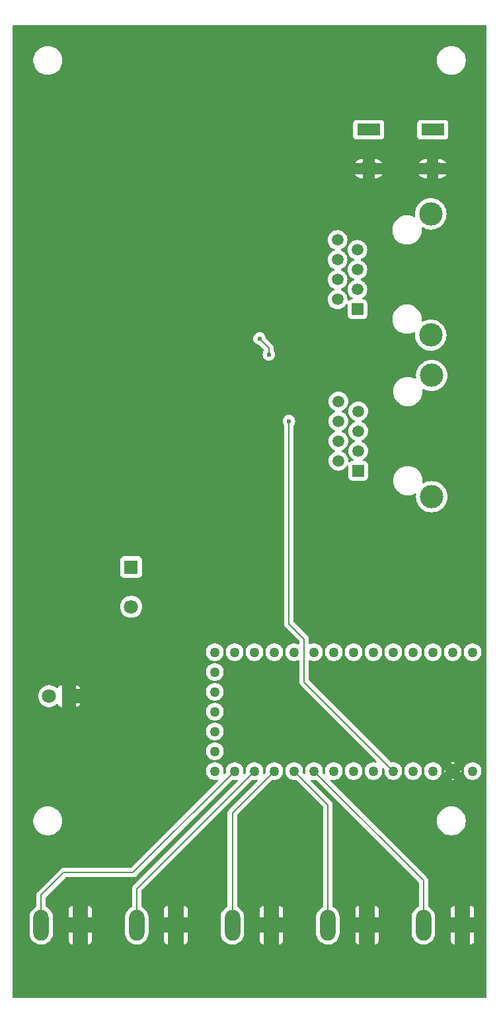
<source format=gbl>
G04 #@! TF.GenerationSoftware,KiCad,Pcbnew,8.0.0*
G04 #@! TF.CreationDate,2024-08-30T13:19:30-05:00*
G04 #@! TF.ProjectId,Rain and Switches Control Board,5261696e-2061-46e6-9420-537769746368,rev?*
G04 #@! TF.SameCoordinates,Original*
G04 #@! TF.FileFunction,Copper,L2,Bot*
G04 #@! TF.FilePolarity,Positive*
%FSLAX46Y46*%
G04 Gerber Fmt 4.6, Leading zero omitted, Abs format (unit mm)*
G04 Created by KiCad (PCBNEW 8.0.0) date 2024-08-30 13:19:30*
%MOMM*%
%LPD*%
G01*
G04 APERTURE LIST*
G04 #@! TA.AperFunction,ComponentPad*
%ADD10R,1.800000X1.800000*%
G04 #@! TD*
G04 #@! TA.AperFunction,ComponentPad*
%ADD11C,1.800000*%
G04 #@! TD*
G04 #@! TA.AperFunction,ComponentPad*
%ADD12R,1.980000X3.960000*%
G04 #@! TD*
G04 #@! TA.AperFunction,ComponentPad*
%ADD13O,1.980000X3.960000*%
G04 #@! TD*
G04 #@! TA.AperFunction,ComponentPad*
%ADD14R,1.500000X1.500000*%
G04 #@! TD*
G04 #@! TA.AperFunction,ComponentPad*
%ADD15C,1.500000*%
G04 #@! TD*
G04 #@! TA.AperFunction,ComponentPad*
%ADD16C,3.000000*%
G04 #@! TD*
G04 #@! TA.AperFunction,ComponentPad*
%ADD17R,3.000000X1.500000*%
G04 #@! TD*
G04 #@! TA.AperFunction,ComponentPad*
%ADD18O,3.000000X1.500000*%
G04 #@! TD*
G04 #@! TA.AperFunction,ComponentPad*
%ADD19C,1.265000*%
G04 #@! TD*
G04 #@! TA.AperFunction,ViaPad*
%ADD20C,0.600000*%
G04 #@! TD*
G04 #@! TA.AperFunction,Conductor*
%ADD21C,0.200000*%
G04 #@! TD*
G04 APERTURE END LIST*
D10*
X140180000Y-93350000D03*
D11*
X140180000Y-95890000D03*
X140180000Y-98430000D03*
D12*
X158140000Y-139250000D03*
D13*
X153140000Y-139250000D03*
D14*
X169270000Y-81000000D03*
D15*
X166730000Y-79730000D03*
X169270000Y-78460000D03*
X166730000Y-77190000D03*
X169270000Y-75920000D03*
X166730000Y-74650000D03*
X169270000Y-73380000D03*
X166730000Y-72110000D03*
D16*
X178670000Y-84325000D03*
X178670000Y-68785000D03*
D10*
X132210000Y-109890000D03*
D11*
X129670000Y-109890000D03*
D17*
X178800000Y-37285000D03*
X170600000Y-37285000D03*
D18*
X178800000Y-42285000D03*
X170600000Y-42285000D03*
D12*
X182620000Y-139250000D03*
D13*
X177620000Y-139250000D03*
D14*
X169165000Y-60295000D03*
D15*
X166625000Y-59025000D03*
X169165000Y-57755000D03*
X166625000Y-56485000D03*
X169165000Y-55215000D03*
X166625000Y-53945000D03*
X169165000Y-52675000D03*
X166625000Y-51405000D03*
D16*
X178565000Y-63620000D03*
X178565000Y-48080000D03*
D19*
X183915000Y-104265000D03*
X181375000Y-104265000D03*
X178835000Y-104265000D03*
X176295000Y-104265000D03*
X173755000Y-104265000D03*
X171215000Y-104265000D03*
X168675000Y-104265000D03*
X166135000Y-104265000D03*
X163595000Y-104265000D03*
X161055000Y-104265000D03*
X158515000Y-104265000D03*
X155975000Y-104265000D03*
X153435000Y-104265000D03*
X150895000Y-104265000D03*
X150895000Y-106805000D03*
X150895000Y-109345000D03*
X150895000Y-111885000D03*
X150895000Y-114425000D03*
X150895000Y-116965000D03*
X150895000Y-119505000D03*
X153435000Y-119505000D03*
X155975000Y-119505000D03*
X158515000Y-119505000D03*
X161055000Y-119505000D03*
X163595000Y-119505000D03*
X166135000Y-119505000D03*
X168675000Y-119505000D03*
X171215000Y-119505000D03*
X173755000Y-119505000D03*
X176295000Y-119505000D03*
X178835000Y-119505000D03*
X181375000Y-119505000D03*
X183915000Y-119505000D03*
D12*
X133660000Y-139250000D03*
D13*
X128660000Y-139250000D03*
D12*
X145900000Y-139250000D03*
D13*
X140900000Y-139250000D03*
D12*
X170380000Y-139250000D03*
D13*
X165380000Y-139250000D03*
D20*
X175705000Y-89495735D03*
X161495000Y-70355000D03*
X169570000Y-94195000D03*
X157830000Y-66090000D03*
X156620000Y-64060000D03*
X160385000Y-74635000D03*
D21*
X177620000Y-139250000D02*
X177620000Y-133530000D01*
X177620000Y-133530000D02*
X163595000Y-119505000D01*
X165380000Y-123830000D02*
X161055000Y-119505000D01*
X165380000Y-139250000D02*
X165380000Y-123830000D01*
X153140000Y-124880000D02*
X158515000Y-119505000D01*
X153140000Y-139250000D02*
X153140000Y-124880000D01*
X140900000Y-134580000D02*
X155975000Y-119505000D01*
X140900000Y-139250000D02*
X140900000Y-134580000D01*
X128660000Y-135390000D02*
X131520000Y-132530000D01*
X131520000Y-132530000D02*
X140410000Y-132530000D01*
X128660000Y-139250000D02*
X128660000Y-135390000D01*
X140410000Y-132530000D02*
X153435000Y-119505000D01*
X156620000Y-64060000D02*
X157830000Y-65270000D01*
X157830000Y-65270000D02*
X157830000Y-66090000D01*
X160385000Y-74635000D02*
X160385000Y-100635000D01*
X162335000Y-102585000D02*
X162335000Y-108085000D01*
X160385000Y-100635000D02*
X162335000Y-102585000D01*
X162335000Y-108085000D02*
X173755000Y-119505000D01*
X178895000Y-119565000D02*
X178835000Y-119505000D01*
G04 #@! TA.AperFunction,Conductor*
G36*
X185642539Y-23910185D02*
G01*
X185688294Y-23962989D01*
X185699500Y-24014500D01*
X185699500Y-148455500D01*
X185679815Y-148522539D01*
X185627011Y-148568294D01*
X185575500Y-148579500D01*
X125124500Y-148579500D01*
X125057461Y-148559815D01*
X125011706Y-148507011D01*
X125000500Y-148455500D01*
X125000500Y-140357304D01*
X127169500Y-140357304D01*
X127206201Y-140589027D01*
X127278697Y-140812150D01*
X127385212Y-141021195D01*
X127523104Y-141210989D01*
X127523108Y-141210994D01*
X127689005Y-141376891D01*
X127689010Y-141376895D01*
X127820031Y-141472086D01*
X127878808Y-141514790D01*
X128020895Y-141587187D01*
X128087849Y-141621302D01*
X128199410Y-141657550D01*
X128310974Y-141693799D01*
X128542695Y-141730500D01*
X128542696Y-141730500D01*
X128777304Y-141730500D01*
X128777305Y-141730500D01*
X129009026Y-141693799D01*
X129232153Y-141621301D01*
X129441192Y-141514790D01*
X129630996Y-141376890D01*
X129796890Y-141210996D01*
X129934790Y-141021192D01*
X130041301Y-140812153D01*
X130113799Y-140589026D01*
X130150500Y-140357305D01*
X130150500Y-140240000D01*
X132170000Y-140240000D01*
X132170000Y-141277844D01*
X132176401Y-141337372D01*
X132176403Y-141337379D01*
X132226645Y-141472086D01*
X132226649Y-141472093D01*
X132312809Y-141587187D01*
X132312812Y-141587190D01*
X132427906Y-141673350D01*
X132427913Y-141673354D01*
X132562620Y-141723596D01*
X132562627Y-141723598D01*
X132622155Y-141729999D01*
X132622172Y-141730000D01*
X132670000Y-141730000D01*
X132670000Y-140240000D01*
X134650000Y-140240000D01*
X134650000Y-141730000D01*
X134697828Y-141730000D01*
X134697844Y-141729999D01*
X134757372Y-141723598D01*
X134757379Y-141723596D01*
X134892086Y-141673354D01*
X134892093Y-141673350D01*
X135007187Y-141587190D01*
X135007190Y-141587187D01*
X135093350Y-141472093D01*
X135093354Y-141472086D01*
X135143596Y-141337379D01*
X135143598Y-141337372D01*
X135149999Y-141277844D01*
X135150000Y-141277827D01*
X135150000Y-140240000D01*
X134650000Y-140240000D01*
X132670000Y-140240000D01*
X132170000Y-140240000D01*
X130150500Y-140240000D01*
X130150500Y-139315004D01*
X133000000Y-139315004D01*
X133025364Y-139442515D01*
X133075116Y-139562627D01*
X133147345Y-139670725D01*
X133239275Y-139762655D01*
X133347373Y-139834884D01*
X133467485Y-139884636D01*
X133594996Y-139910000D01*
X133725004Y-139910000D01*
X133852515Y-139884636D01*
X133972627Y-139834884D01*
X134080725Y-139762655D01*
X134172655Y-139670725D01*
X134244884Y-139562627D01*
X134294636Y-139442515D01*
X134320000Y-139315004D01*
X134320000Y-139184996D01*
X134294636Y-139057485D01*
X134244884Y-138937373D01*
X134172655Y-138829275D01*
X134080725Y-138737345D01*
X133972627Y-138665116D01*
X133852515Y-138615364D01*
X133725004Y-138590000D01*
X133594996Y-138590000D01*
X133467485Y-138615364D01*
X133347373Y-138665116D01*
X133239275Y-138737345D01*
X133147345Y-138829275D01*
X133075116Y-138937373D01*
X133025364Y-139057485D01*
X133000000Y-139184996D01*
X133000000Y-139315004D01*
X130150500Y-139315004D01*
X130150500Y-138260000D01*
X132170000Y-138260000D01*
X132670000Y-138260000D01*
X132670000Y-136770000D01*
X134650000Y-136770000D01*
X134650000Y-138260000D01*
X135150000Y-138260000D01*
X135150000Y-137222172D01*
X135149999Y-137222155D01*
X135143598Y-137162627D01*
X135143596Y-137162620D01*
X135093354Y-137027913D01*
X135093350Y-137027906D01*
X135007190Y-136912812D01*
X135007187Y-136912809D01*
X134892093Y-136826649D01*
X134892086Y-136826645D01*
X134757379Y-136776403D01*
X134757372Y-136776401D01*
X134697844Y-136770000D01*
X134650000Y-136770000D01*
X132670000Y-136770000D01*
X132622155Y-136770000D01*
X132562627Y-136776401D01*
X132562620Y-136776403D01*
X132427913Y-136826645D01*
X132427906Y-136826649D01*
X132312812Y-136912809D01*
X132312809Y-136912812D01*
X132226649Y-137027906D01*
X132226645Y-137027913D01*
X132176403Y-137162620D01*
X132176401Y-137162627D01*
X132170000Y-137222155D01*
X132170000Y-138260000D01*
X130150500Y-138260000D01*
X130150500Y-138142695D01*
X130113799Y-137910974D01*
X130041301Y-137687847D01*
X129934790Y-137478808D01*
X129917171Y-137454558D01*
X129796895Y-137289010D01*
X129796891Y-137289005D01*
X129630994Y-137123108D01*
X129630989Y-137123104D01*
X129441193Y-136985210D01*
X129328204Y-136927638D01*
X129277409Y-136879663D01*
X129260500Y-136817154D01*
X129260500Y-135690097D01*
X129280185Y-135623058D01*
X129296819Y-135602416D01*
X131732417Y-133166819D01*
X131793740Y-133133334D01*
X131820098Y-133130500D01*
X140323331Y-133130500D01*
X140323347Y-133130501D01*
X140330943Y-133130501D01*
X140489054Y-133130501D01*
X140489057Y-133130501D01*
X140641785Y-133089577D01*
X140691904Y-133060639D01*
X140778716Y-133010520D01*
X140890520Y-132898716D01*
X140890520Y-132898714D01*
X140900728Y-132888507D01*
X140900729Y-132888504D01*
X153133175Y-120656059D01*
X153194496Y-120622576D01*
X153243638Y-120621854D01*
X153330012Y-120638000D01*
X153330013Y-120638000D01*
X153539986Y-120638000D01*
X153539988Y-120638000D01*
X153703248Y-120607481D01*
X153772761Y-120614512D01*
X153827439Y-120658009D01*
X153849922Y-120724163D01*
X153833069Y-120791970D01*
X153813712Y-120817051D01*
X140531286Y-134099478D01*
X140419481Y-134211282D01*
X140419479Y-134211285D01*
X140369361Y-134298094D01*
X140369359Y-134298096D01*
X140340425Y-134348209D01*
X140340424Y-134348210D01*
X140340423Y-134348215D01*
X140299499Y-134500943D01*
X140299499Y-134500945D01*
X140299499Y-134669046D01*
X140299500Y-134669059D01*
X140299500Y-136817154D01*
X140279815Y-136884193D01*
X140231796Y-136927638D01*
X140118806Y-136985210D01*
X139929010Y-137123104D01*
X139929005Y-137123108D01*
X139763108Y-137289005D01*
X139763104Y-137289010D01*
X139625212Y-137478804D01*
X139518697Y-137687849D01*
X139446201Y-137910972D01*
X139409500Y-138142695D01*
X139409500Y-140357304D01*
X139446201Y-140589027D01*
X139518697Y-140812150D01*
X139625212Y-141021195D01*
X139763104Y-141210989D01*
X139763108Y-141210994D01*
X139929005Y-141376891D01*
X139929010Y-141376895D01*
X140060031Y-141472086D01*
X140118808Y-141514790D01*
X140260895Y-141587187D01*
X140327849Y-141621302D01*
X140439410Y-141657550D01*
X140550974Y-141693799D01*
X140782695Y-141730500D01*
X140782696Y-141730500D01*
X141017304Y-141730500D01*
X141017305Y-141730500D01*
X141249026Y-141693799D01*
X141472153Y-141621301D01*
X141681192Y-141514790D01*
X141870996Y-141376890D01*
X142036890Y-141210996D01*
X142174790Y-141021192D01*
X142281301Y-140812153D01*
X142353799Y-140589026D01*
X142390500Y-140357305D01*
X142390500Y-140240000D01*
X144410000Y-140240000D01*
X144410000Y-141277844D01*
X144416401Y-141337372D01*
X144416403Y-141337379D01*
X144466645Y-141472086D01*
X144466649Y-141472093D01*
X144552809Y-141587187D01*
X144552812Y-141587190D01*
X144667906Y-141673350D01*
X144667913Y-141673354D01*
X144802620Y-141723596D01*
X144802627Y-141723598D01*
X144862155Y-141729999D01*
X144862172Y-141730000D01*
X144910000Y-141730000D01*
X144910000Y-140240000D01*
X146890000Y-140240000D01*
X146890000Y-141730000D01*
X146937828Y-141730000D01*
X146937844Y-141729999D01*
X146997372Y-141723598D01*
X146997379Y-141723596D01*
X147132086Y-141673354D01*
X147132093Y-141673350D01*
X147247187Y-141587190D01*
X147247190Y-141587187D01*
X147333350Y-141472093D01*
X147333354Y-141472086D01*
X147383596Y-141337379D01*
X147383598Y-141337372D01*
X147389999Y-141277844D01*
X147390000Y-141277827D01*
X147390000Y-140240000D01*
X146890000Y-140240000D01*
X144910000Y-140240000D01*
X144410000Y-140240000D01*
X142390500Y-140240000D01*
X142390500Y-139315004D01*
X145240000Y-139315004D01*
X145265364Y-139442515D01*
X145315116Y-139562627D01*
X145387345Y-139670725D01*
X145479275Y-139762655D01*
X145587373Y-139834884D01*
X145707485Y-139884636D01*
X145834996Y-139910000D01*
X145965004Y-139910000D01*
X146092515Y-139884636D01*
X146212627Y-139834884D01*
X146320725Y-139762655D01*
X146412655Y-139670725D01*
X146484884Y-139562627D01*
X146534636Y-139442515D01*
X146560000Y-139315004D01*
X146560000Y-139184996D01*
X146534636Y-139057485D01*
X146484884Y-138937373D01*
X146412655Y-138829275D01*
X146320725Y-138737345D01*
X146212627Y-138665116D01*
X146092515Y-138615364D01*
X145965004Y-138590000D01*
X145834996Y-138590000D01*
X145707485Y-138615364D01*
X145587373Y-138665116D01*
X145479275Y-138737345D01*
X145387345Y-138829275D01*
X145315116Y-138937373D01*
X145265364Y-139057485D01*
X145240000Y-139184996D01*
X145240000Y-139315004D01*
X142390500Y-139315004D01*
X142390500Y-138260000D01*
X144410000Y-138260000D01*
X144910000Y-138260000D01*
X144910000Y-136770000D01*
X146890000Y-136770000D01*
X146890000Y-138260000D01*
X147390000Y-138260000D01*
X147390000Y-137222172D01*
X147389999Y-137222155D01*
X147383598Y-137162627D01*
X147383596Y-137162620D01*
X147333354Y-137027913D01*
X147333350Y-137027906D01*
X147247190Y-136912812D01*
X147247187Y-136912809D01*
X147132093Y-136826649D01*
X147132086Y-136826645D01*
X146997379Y-136776403D01*
X146997372Y-136776401D01*
X146937844Y-136770000D01*
X146890000Y-136770000D01*
X144910000Y-136770000D01*
X144862155Y-136770000D01*
X144802627Y-136776401D01*
X144802620Y-136776403D01*
X144667913Y-136826645D01*
X144667906Y-136826649D01*
X144552812Y-136912809D01*
X144552809Y-136912812D01*
X144466649Y-137027906D01*
X144466645Y-137027913D01*
X144416403Y-137162620D01*
X144416401Y-137162627D01*
X144410000Y-137222155D01*
X144410000Y-138260000D01*
X142390500Y-138260000D01*
X142390500Y-138142695D01*
X142353799Y-137910974D01*
X142281301Y-137687847D01*
X142174790Y-137478808D01*
X142157171Y-137454558D01*
X142036895Y-137289010D01*
X142036891Y-137289005D01*
X141870994Y-137123108D01*
X141870989Y-137123104D01*
X141681193Y-136985210D01*
X141568204Y-136927638D01*
X141517409Y-136879663D01*
X141500500Y-136817154D01*
X141500500Y-134880096D01*
X141520185Y-134813057D01*
X141536814Y-134792420D01*
X155673174Y-120656059D01*
X155734495Y-120622576D01*
X155783633Y-120621853D01*
X155870012Y-120638000D01*
X155870015Y-120638000D01*
X156079986Y-120638000D01*
X156079988Y-120638000D01*
X156243248Y-120607481D01*
X156312761Y-120614512D01*
X156367439Y-120658009D01*
X156389922Y-120724163D01*
X156373069Y-120791970D01*
X156353712Y-120817051D01*
X152771286Y-124399478D01*
X152659481Y-124511282D01*
X152659479Y-124511285D01*
X152609361Y-124598094D01*
X152609359Y-124598096D01*
X152580425Y-124648209D01*
X152580424Y-124648210D01*
X152580423Y-124648215D01*
X152539499Y-124800943D01*
X152539499Y-124800945D01*
X152539499Y-124969046D01*
X152539500Y-124969059D01*
X152539500Y-136817154D01*
X152519815Y-136884193D01*
X152471796Y-136927638D01*
X152358806Y-136985210D01*
X152169010Y-137123104D01*
X152169005Y-137123108D01*
X152003108Y-137289005D01*
X152003104Y-137289010D01*
X151865212Y-137478804D01*
X151758697Y-137687849D01*
X151686201Y-137910972D01*
X151649500Y-138142695D01*
X151649500Y-140357304D01*
X151686201Y-140589027D01*
X151758697Y-140812150D01*
X151865212Y-141021195D01*
X152003104Y-141210989D01*
X152003108Y-141210994D01*
X152169005Y-141376891D01*
X152169010Y-141376895D01*
X152300031Y-141472086D01*
X152358808Y-141514790D01*
X152500895Y-141587187D01*
X152567849Y-141621302D01*
X152679410Y-141657550D01*
X152790974Y-141693799D01*
X153022695Y-141730500D01*
X153022696Y-141730500D01*
X153257304Y-141730500D01*
X153257305Y-141730500D01*
X153489026Y-141693799D01*
X153712153Y-141621301D01*
X153921192Y-141514790D01*
X154110996Y-141376890D01*
X154276890Y-141210996D01*
X154414790Y-141021192D01*
X154521301Y-140812153D01*
X154593799Y-140589026D01*
X154630500Y-140357305D01*
X154630500Y-140240000D01*
X156650000Y-140240000D01*
X156650000Y-141277844D01*
X156656401Y-141337372D01*
X156656403Y-141337379D01*
X156706645Y-141472086D01*
X156706649Y-141472093D01*
X156792809Y-141587187D01*
X156792812Y-141587190D01*
X156907906Y-141673350D01*
X156907913Y-141673354D01*
X157042620Y-141723596D01*
X157042627Y-141723598D01*
X157102155Y-141729999D01*
X157102172Y-141730000D01*
X157150000Y-141730000D01*
X157150000Y-140240000D01*
X159130000Y-140240000D01*
X159130000Y-141730000D01*
X159177828Y-141730000D01*
X159177844Y-141729999D01*
X159237372Y-141723598D01*
X159237379Y-141723596D01*
X159372086Y-141673354D01*
X159372093Y-141673350D01*
X159487187Y-141587190D01*
X159487190Y-141587187D01*
X159573350Y-141472093D01*
X159573354Y-141472086D01*
X159623596Y-141337379D01*
X159623598Y-141337372D01*
X159629999Y-141277844D01*
X159630000Y-141277827D01*
X159630000Y-140240000D01*
X159130000Y-140240000D01*
X157150000Y-140240000D01*
X156650000Y-140240000D01*
X154630500Y-140240000D01*
X154630500Y-139315004D01*
X157480000Y-139315004D01*
X157505364Y-139442515D01*
X157555116Y-139562627D01*
X157627345Y-139670725D01*
X157719275Y-139762655D01*
X157827373Y-139834884D01*
X157947485Y-139884636D01*
X158074996Y-139910000D01*
X158205004Y-139910000D01*
X158332515Y-139884636D01*
X158452627Y-139834884D01*
X158560725Y-139762655D01*
X158652655Y-139670725D01*
X158724884Y-139562627D01*
X158774636Y-139442515D01*
X158800000Y-139315004D01*
X158800000Y-139184996D01*
X158774636Y-139057485D01*
X158724884Y-138937373D01*
X158652655Y-138829275D01*
X158560725Y-138737345D01*
X158452627Y-138665116D01*
X158332515Y-138615364D01*
X158205004Y-138590000D01*
X158074996Y-138590000D01*
X157947485Y-138615364D01*
X157827373Y-138665116D01*
X157719275Y-138737345D01*
X157627345Y-138829275D01*
X157555116Y-138937373D01*
X157505364Y-139057485D01*
X157480000Y-139184996D01*
X157480000Y-139315004D01*
X154630500Y-139315004D01*
X154630500Y-138260000D01*
X156650000Y-138260000D01*
X157150000Y-138260000D01*
X157150000Y-136770000D01*
X159130000Y-136770000D01*
X159130000Y-138260000D01*
X159630000Y-138260000D01*
X159630000Y-137222172D01*
X159629999Y-137222155D01*
X159623598Y-137162627D01*
X159623596Y-137162620D01*
X159573354Y-137027913D01*
X159573350Y-137027906D01*
X159487190Y-136912812D01*
X159487187Y-136912809D01*
X159372093Y-136826649D01*
X159372086Y-136826645D01*
X159237379Y-136776403D01*
X159237372Y-136776401D01*
X159177844Y-136770000D01*
X159130000Y-136770000D01*
X157150000Y-136770000D01*
X157102155Y-136770000D01*
X157042627Y-136776401D01*
X157042620Y-136776403D01*
X156907913Y-136826645D01*
X156907906Y-136826649D01*
X156792812Y-136912809D01*
X156792809Y-136912812D01*
X156706649Y-137027906D01*
X156706645Y-137027913D01*
X156656403Y-137162620D01*
X156656401Y-137162627D01*
X156650000Y-137222155D01*
X156650000Y-138260000D01*
X154630500Y-138260000D01*
X154630500Y-138142695D01*
X154593799Y-137910974D01*
X154521301Y-137687847D01*
X154414790Y-137478808D01*
X154397171Y-137454558D01*
X154276895Y-137289010D01*
X154276891Y-137289005D01*
X154110994Y-137123108D01*
X154110989Y-137123104D01*
X153921193Y-136985210D01*
X153808204Y-136927638D01*
X153757409Y-136879663D01*
X153740500Y-136817154D01*
X153740500Y-125180096D01*
X153760185Y-125113057D01*
X153776814Y-125092420D01*
X158213174Y-120656059D01*
X158274495Y-120622576D01*
X158323633Y-120621853D01*
X158410012Y-120638000D01*
X158410015Y-120638000D01*
X158619986Y-120638000D01*
X158619988Y-120638000D01*
X158826389Y-120599417D01*
X159022185Y-120523565D01*
X159200710Y-120413027D01*
X159355884Y-120271567D01*
X159482423Y-120104003D01*
X159576017Y-119916040D01*
X159633480Y-119714080D01*
X159652854Y-119505000D01*
X159917146Y-119505000D01*
X159936519Y-119714079D01*
X159993982Y-119916037D01*
X159993987Y-119916050D01*
X160087577Y-120104003D01*
X160214117Y-120271569D01*
X160369289Y-120413026D01*
X160369291Y-120413028D01*
X160547811Y-120523563D01*
X160547812Y-120523563D01*
X160547815Y-120523565D01*
X160743611Y-120599417D01*
X160950012Y-120638000D01*
X160950014Y-120638000D01*
X161159987Y-120638000D01*
X161159988Y-120638000D01*
X161246359Y-120621854D01*
X161315873Y-120628884D01*
X161356825Y-120656061D01*
X164743181Y-124042416D01*
X164776666Y-124103739D01*
X164779500Y-124130097D01*
X164779500Y-136817154D01*
X164759815Y-136884193D01*
X164711796Y-136927638D01*
X164598806Y-136985210D01*
X164409010Y-137123104D01*
X164409005Y-137123108D01*
X164243108Y-137289005D01*
X164243104Y-137289010D01*
X164105212Y-137478804D01*
X163998697Y-137687849D01*
X163926201Y-137910972D01*
X163889500Y-138142695D01*
X163889500Y-140357304D01*
X163926201Y-140589027D01*
X163998697Y-140812150D01*
X164105212Y-141021195D01*
X164243104Y-141210989D01*
X164243108Y-141210994D01*
X164409005Y-141376891D01*
X164409010Y-141376895D01*
X164540031Y-141472086D01*
X164598808Y-141514790D01*
X164740895Y-141587187D01*
X164807849Y-141621302D01*
X164919410Y-141657550D01*
X165030974Y-141693799D01*
X165262695Y-141730500D01*
X165262696Y-141730500D01*
X165497304Y-141730500D01*
X165497305Y-141730500D01*
X165729026Y-141693799D01*
X165952153Y-141621301D01*
X166161192Y-141514790D01*
X166350996Y-141376890D01*
X166516890Y-141210996D01*
X166654790Y-141021192D01*
X166761301Y-140812153D01*
X166833799Y-140589026D01*
X166870500Y-140357305D01*
X166870500Y-140240000D01*
X168890000Y-140240000D01*
X168890000Y-141277844D01*
X168896401Y-141337372D01*
X168896403Y-141337379D01*
X168946645Y-141472086D01*
X168946649Y-141472093D01*
X169032809Y-141587187D01*
X169032812Y-141587190D01*
X169147906Y-141673350D01*
X169147913Y-141673354D01*
X169282620Y-141723596D01*
X169282627Y-141723598D01*
X169342155Y-141729999D01*
X169342172Y-141730000D01*
X169390000Y-141730000D01*
X169390000Y-140240000D01*
X171370000Y-140240000D01*
X171370000Y-141730000D01*
X171417828Y-141730000D01*
X171417844Y-141729999D01*
X171477372Y-141723598D01*
X171477379Y-141723596D01*
X171612086Y-141673354D01*
X171612093Y-141673350D01*
X171727187Y-141587190D01*
X171727190Y-141587187D01*
X171813350Y-141472093D01*
X171813354Y-141472086D01*
X171863596Y-141337379D01*
X171863598Y-141337372D01*
X171869999Y-141277844D01*
X171870000Y-141277827D01*
X171870000Y-140240000D01*
X171370000Y-140240000D01*
X169390000Y-140240000D01*
X168890000Y-140240000D01*
X166870500Y-140240000D01*
X166870500Y-139315004D01*
X169720000Y-139315004D01*
X169745364Y-139442515D01*
X169795116Y-139562627D01*
X169867345Y-139670725D01*
X169959275Y-139762655D01*
X170067373Y-139834884D01*
X170187485Y-139884636D01*
X170314996Y-139910000D01*
X170445004Y-139910000D01*
X170572515Y-139884636D01*
X170692627Y-139834884D01*
X170800725Y-139762655D01*
X170892655Y-139670725D01*
X170964884Y-139562627D01*
X171014636Y-139442515D01*
X171040000Y-139315004D01*
X171040000Y-139184996D01*
X171014636Y-139057485D01*
X170964884Y-138937373D01*
X170892655Y-138829275D01*
X170800725Y-138737345D01*
X170692627Y-138665116D01*
X170572515Y-138615364D01*
X170445004Y-138590000D01*
X170314996Y-138590000D01*
X170187485Y-138615364D01*
X170067373Y-138665116D01*
X169959275Y-138737345D01*
X169867345Y-138829275D01*
X169795116Y-138937373D01*
X169745364Y-139057485D01*
X169720000Y-139184996D01*
X169720000Y-139315004D01*
X166870500Y-139315004D01*
X166870500Y-138260000D01*
X168890000Y-138260000D01*
X169390000Y-138260000D01*
X169390000Y-136770000D01*
X171370000Y-136770000D01*
X171370000Y-138260000D01*
X171870000Y-138260000D01*
X171870000Y-137222172D01*
X171869999Y-137222155D01*
X171863598Y-137162627D01*
X171863596Y-137162620D01*
X171813354Y-137027913D01*
X171813350Y-137027906D01*
X171727190Y-136912812D01*
X171727187Y-136912809D01*
X171612093Y-136826649D01*
X171612086Y-136826645D01*
X171477379Y-136776403D01*
X171477372Y-136776401D01*
X171417844Y-136770000D01*
X171370000Y-136770000D01*
X169390000Y-136770000D01*
X169342155Y-136770000D01*
X169282627Y-136776401D01*
X169282620Y-136776403D01*
X169147913Y-136826645D01*
X169147906Y-136826649D01*
X169032812Y-136912809D01*
X169032809Y-136912812D01*
X168946649Y-137027906D01*
X168946645Y-137027913D01*
X168896403Y-137162620D01*
X168896401Y-137162627D01*
X168890000Y-137222155D01*
X168890000Y-138260000D01*
X166870500Y-138260000D01*
X166870500Y-138142695D01*
X166833799Y-137910974D01*
X166761301Y-137687847D01*
X166654790Y-137478808D01*
X166637171Y-137454558D01*
X166516895Y-137289010D01*
X166516891Y-137289005D01*
X166350994Y-137123108D01*
X166350989Y-137123104D01*
X166161193Y-136985210D01*
X166048204Y-136927638D01*
X165997409Y-136879663D01*
X165980500Y-136817154D01*
X165980500Y-123919060D01*
X165980501Y-123919047D01*
X165980501Y-123750944D01*
X165939576Y-123598214D01*
X165939573Y-123598209D01*
X165860524Y-123461290D01*
X165860518Y-123461282D01*
X163216286Y-120817050D01*
X163182801Y-120755727D01*
X163187785Y-120686035D01*
X163229657Y-120630102D01*
X163295121Y-120605685D01*
X163326740Y-120607479D01*
X163490012Y-120638000D01*
X163490015Y-120638000D01*
X163699987Y-120638000D01*
X163699988Y-120638000D01*
X163786360Y-120621854D01*
X163855874Y-120628884D01*
X163896826Y-120656061D01*
X176983181Y-133742416D01*
X177016666Y-133803739D01*
X177019500Y-133830097D01*
X177019500Y-136817154D01*
X176999815Y-136884193D01*
X176951796Y-136927638D01*
X176838806Y-136985210D01*
X176649010Y-137123104D01*
X176649005Y-137123108D01*
X176483108Y-137289005D01*
X176483104Y-137289010D01*
X176345212Y-137478804D01*
X176238697Y-137687849D01*
X176166201Y-137910972D01*
X176129500Y-138142695D01*
X176129500Y-140357304D01*
X176166201Y-140589027D01*
X176238697Y-140812150D01*
X176345212Y-141021195D01*
X176483104Y-141210989D01*
X176483108Y-141210994D01*
X176649005Y-141376891D01*
X176649010Y-141376895D01*
X176780031Y-141472086D01*
X176838808Y-141514790D01*
X176980895Y-141587187D01*
X177047849Y-141621302D01*
X177159410Y-141657550D01*
X177270974Y-141693799D01*
X177502695Y-141730500D01*
X177502696Y-141730500D01*
X177737304Y-141730500D01*
X177737305Y-141730500D01*
X177969026Y-141693799D01*
X178192153Y-141621301D01*
X178401192Y-141514790D01*
X178590996Y-141376890D01*
X178756890Y-141210996D01*
X178894790Y-141021192D01*
X179001301Y-140812153D01*
X179073799Y-140589026D01*
X179110500Y-140357305D01*
X179110500Y-140240000D01*
X181130000Y-140240000D01*
X181130000Y-141277844D01*
X181136401Y-141337372D01*
X181136403Y-141337379D01*
X181186645Y-141472086D01*
X181186649Y-141472093D01*
X181272809Y-141587187D01*
X181272812Y-141587190D01*
X181387906Y-141673350D01*
X181387913Y-141673354D01*
X181522620Y-141723596D01*
X181522627Y-141723598D01*
X181582155Y-141729999D01*
X181582172Y-141730000D01*
X181630000Y-141730000D01*
X181630000Y-140240000D01*
X183610000Y-140240000D01*
X183610000Y-141730000D01*
X183657828Y-141730000D01*
X183657844Y-141729999D01*
X183717372Y-141723598D01*
X183717379Y-141723596D01*
X183852086Y-141673354D01*
X183852093Y-141673350D01*
X183967187Y-141587190D01*
X183967190Y-141587187D01*
X184053350Y-141472093D01*
X184053354Y-141472086D01*
X184103596Y-141337379D01*
X184103598Y-141337372D01*
X184109999Y-141277844D01*
X184110000Y-141277827D01*
X184110000Y-140240000D01*
X183610000Y-140240000D01*
X181630000Y-140240000D01*
X181130000Y-140240000D01*
X179110500Y-140240000D01*
X179110500Y-139315004D01*
X181960000Y-139315004D01*
X181985364Y-139442515D01*
X182035116Y-139562627D01*
X182107345Y-139670725D01*
X182199275Y-139762655D01*
X182307373Y-139834884D01*
X182427485Y-139884636D01*
X182554996Y-139910000D01*
X182685004Y-139910000D01*
X182812515Y-139884636D01*
X182932627Y-139834884D01*
X183040725Y-139762655D01*
X183132655Y-139670725D01*
X183204884Y-139562627D01*
X183254636Y-139442515D01*
X183280000Y-139315004D01*
X183280000Y-139184996D01*
X183254636Y-139057485D01*
X183204884Y-138937373D01*
X183132655Y-138829275D01*
X183040725Y-138737345D01*
X182932627Y-138665116D01*
X182812515Y-138615364D01*
X182685004Y-138590000D01*
X182554996Y-138590000D01*
X182427485Y-138615364D01*
X182307373Y-138665116D01*
X182199275Y-138737345D01*
X182107345Y-138829275D01*
X182035116Y-138937373D01*
X181985364Y-139057485D01*
X181960000Y-139184996D01*
X181960000Y-139315004D01*
X179110500Y-139315004D01*
X179110500Y-138260000D01*
X181130000Y-138260000D01*
X181630000Y-138260000D01*
X181630000Y-136770000D01*
X183610000Y-136770000D01*
X183610000Y-138260000D01*
X184110000Y-138260000D01*
X184110000Y-137222172D01*
X184109999Y-137222155D01*
X184103598Y-137162627D01*
X184103596Y-137162620D01*
X184053354Y-137027913D01*
X184053350Y-137027906D01*
X183967190Y-136912812D01*
X183967187Y-136912809D01*
X183852093Y-136826649D01*
X183852086Y-136826645D01*
X183717379Y-136776403D01*
X183717372Y-136776401D01*
X183657844Y-136770000D01*
X183610000Y-136770000D01*
X181630000Y-136770000D01*
X181582155Y-136770000D01*
X181522627Y-136776401D01*
X181522620Y-136776403D01*
X181387913Y-136826645D01*
X181387906Y-136826649D01*
X181272812Y-136912809D01*
X181272809Y-136912812D01*
X181186649Y-137027906D01*
X181186645Y-137027913D01*
X181136403Y-137162620D01*
X181136401Y-137162627D01*
X181130000Y-137222155D01*
X181130000Y-138260000D01*
X179110500Y-138260000D01*
X179110500Y-138142695D01*
X179073799Y-137910974D01*
X179001301Y-137687847D01*
X178894790Y-137478808D01*
X178877171Y-137454558D01*
X178756895Y-137289010D01*
X178756891Y-137289005D01*
X178590994Y-137123108D01*
X178590989Y-137123104D01*
X178401193Y-136985210D01*
X178288204Y-136927638D01*
X178237409Y-136879663D01*
X178220500Y-136817154D01*
X178220500Y-133450945D01*
X178220500Y-133450943D01*
X178179577Y-133298216D01*
X178179577Y-133298215D01*
X178179577Y-133298214D01*
X178150639Y-133248095D01*
X178150637Y-133248092D01*
X178100520Y-133161284D01*
X177988716Y-133049480D01*
X177988715Y-133049479D01*
X177984385Y-133045149D01*
X177984374Y-133045139D01*
X170950523Y-126011288D01*
X179349500Y-126011288D01*
X179381161Y-126251785D01*
X179443947Y-126486104D01*
X179536773Y-126710205D01*
X179536776Y-126710212D01*
X179658064Y-126920289D01*
X179658066Y-126920292D01*
X179658067Y-126920293D01*
X179805733Y-127112736D01*
X179805739Y-127112743D01*
X179977256Y-127284260D01*
X179977262Y-127284265D01*
X180169711Y-127431936D01*
X180379788Y-127553224D01*
X180603900Y-127646054D01*
X180838211Y-127708838D01*
X181018586Y-127732584D01*
X181078711Y-127740500D01*
X181078712Y-127740500D01*
X181321289Y-127740500D01*
X181369388Y-127734167D01*
X181561789Y-127708838D01*
X181796100Y-127646054D01*
X182020212Y-127553224D01*
X182230289Y-127431936D01*
X182422738Y-127284265D01*
X182594265Y-127112738D01*
X182741936Y-126920289D01*
X182863224Y-126710212D01*
X182956054Y-126486100D01*
X183018838Y-126251789D01*
X183050500Y-126011288D01*
X183050500Y-125768712D01*
X183018838Y-125528211D01*
X182956054Y-125293900D01*
X182863224Y-125069788D01*
X182741936Y-124859711D01*
X182594265Y-124667262D01*
X182594260Y-124667256D01*
X182422743Y-124495739D01*
X182422736Y-124495733D01*
X182230293Y-124348067D01*
X182230292Y-124348066D01*
X182230289Y-124348064D01*
X182020212Y-124226776D01*
X182020205Y-124226773D01*
X181796104Y-124133947D01*
X181678944Y-124102554D01*
X181561789Y-124071162D01*
X181561788Y-124071161D01*
X181561785Y-124071161D01*
X181321289Y-124039500D01*
X181321288Y-124039500D01*
X181078712Y-124039500D01*
X181078711Y-124039500D01*
X180838214Y-124071161D01*
X180603895Y-124133947D01*
X180379794Y-124226773D01*
X180379785Y-124226777D01*
X180169706Y-124348067D01*
X179977263Y-124495733D01*
X179977256Y-124495739D01*
X179805739Y-124667256D01*
X179805733Y-124667263D01*
X179658067Y-124859706D01*
X179536777Y-125069785D01*
X179536773Y-125069794D01*
X179443947Y-125293895D01*
X179381161Y-125528214D01*
X179349500Y-125768711D01*
X179349500Y-126011288D01*
X170950523Y-126011288D01*
X165756285Y-120817050D01*
X165722800Y-120755727D01*
X165727784Y-120686035D01*
X165769656Y-120630102D01*
X165835120Y-120605685D01*
X165866740Y-120607479D01*
X166030012Y-120638000D01*
X166030015Y-120638000D01*
X166239986Y-120638000D01*
X166239988Y-120638000D01*
X166446389Y-120599417D01*
X166642185Y-120523565D01*
X166820710Y-120413027D01*
X166975884Y-120271567D01*
X167102423Y-120104003D01*
X167196017Y-119916040D01*
X167253480Y-119714080D01*
X167272854Y-119505000D01*
X167537146Y-119505000D01*
X167556519Y-119714079D01*
X167613982Y-119916037D01*
X167613987Y-119916050D01*
X167707577Y-120104003D01*
X167834117Y-120271569D01*
X167989289Y-120413026D01*
X167989291Y-120413028D01*
X168167811Y-120523563D01*
X168167812Y-120523563D01*
X168167815Y-120523565D01*
X168363611Y-120599417D01*
X168570012Y-120638000D01*
X168570014Y-120638000D01*
X168779986Y-120638000D01*
X168779988Y-120638000D01*
X168986389Y-120599417D01*
X169182185Y-120523565D01*
X169360710Y-120413027D01*
X169515884Y-120271567D01*
X169642423Y-120104003D01*
X169736017Y-119916040D01*
X169793480Y-119714080D01*
X169812854Y-119505000D01*
X169793480Y-119295920D01*
X169736017Y-119093960D01*
X169642423Y-118905997D01*
X169515884Y-118738433D01*
X169515882Y-118738430D01*
X169360710Y-118596973D01*
X169360708Y-118596971D01*
X169182188Y-118486436D01*
X169182182Y-118486434D01*
X168986389Y-118410583D01*
X168779988Y-118372000D01*
X168570012Y-118372000D01*
X168363611Y-118410583D01*
X168239792Y-118458550D01*
X168167817Y-118486434D01*
X168167811Y-118486436D01*
X167989291Y-118596971D01*
X167989289Y-118596973D01*
X167834117Y-118738430D01*
X167707577Y-118905996D01*
X167613987Y-119093949D01*
X167613982Y-119093962D01*
X167556519Y-119295920D01*
X167537146Y-119504999D01*
X167537146Y-119505000D01*
X167272854Y-119505000D01*
X167253480Y-119295920D01*
X167196017Y-119093960D01*
X167102423Y-118905997D01*
X166975884Y-118738433D01*
X166975882Y-118738430D01*
X166820710Y-118596973D01*
X166820708Y-118596971D01*
X166642188Y-118486436D01*
X166642182Y-118486434D01*
X166446389Y-118410583D01*
X166239988Y-118372000D01*
X166030012Y-118372000D01*
X165823611Y-118410583D01*
X165699792Y-118458550D01*
X165627817Y-118486434D01*
X165627811Y-118486436D01*
X165449291Y-118596971D01*
X165449289Y-118596973D01*
X165294117Y-118738430D01*
X165167577Y-118905996D01*
X165073987Y-119093949D01*
X165073982Y-119093962D01*
X165016519Y-119295920D01*
X164997146Y-119504999D01*
X164997146Y-119505000D01*
X165016519Y-119714075D01*
X165016519Y-119714077D01*
X165016520Y-119714080D01*
X165030296Y-119762500D01*
X165029709Y-119832367D01*
X164991442Y-119890825D01*
X164927645Y-119919315D01*
X164858572Y-119908790D01*
X164823349Y-119884114D01*
X164749538Y-119810303D01*
X164716053Y-119748980D01*
X164713748Y-119711184D01*
X164732854Y-119505000D01*
X164713480Y-119295920D01*
X164656017Y-119093960D01*
X164562423Y-118905997D01*
X164435884Y-118738433D01*
X164435882Y-118738430D01*
X164280710Y-118596973D01*
X164280708Y-118596971D01*
X164102188Y-118486436D01*
X164102182Y-118486434D01*
X163906389Y-118410583D01*
X163699988Y-118372000D01*
X163490012Y-118372000D01*
X163283611Y-118410583D01*
X163159792Y-118458550D01*
X163087817Y-118486434D01*
X163087811Y-118486436D01*
X162909291Y-118596971D01*
X162909289Y-118596973D01*
X162754117Y-118738430D01*
X162627577Y-118905996D01*
X162533987Y-119093949D01*
X162533982Y-119093962D01*
X162476519Y-119295920D01*
X162457146Y-119504999D01*
X162457146Y-119505000D01*
X162476519Y-119714075D01*
X162476519Y-119714077D01*
X162476520Y-119714080D01*
X162490296Y-119762500D01*
X162489709Y-119832367D01*
X162451442Y-119890825D01*
X162387645Y-119919315D01*
X162318572Y-119908790D01*
X162283349Y-119884114D01*
X162209538Y-119810303D01*
X162176053Y-119748980D01*
X162173748Y-119711184D01*
X162192854Y-119505000D01*
X162173480Y-119295920D01*
X162116017Y-119093960D01*
X162022423Y-118905997D01*
X161895884Y-118738433D01*
X161895882Y-118738430D01*
X161740710Y-118596973D01*
X161740708Y-118596971D01*
X161562188Y-118486436D01*
X161562182Y-118486434D01*
X161366389Y-118410583D01*
X161159988Y-118372000D01*
X160950012Y-118372000D01*
X160743611Y-118410583D01*
X160619792Y-118458550D01*
X160547817Y-118486434D01*
X160547811Y-118486436D01*
X160369291Y-118596971D01*
X160369289Y-118596973D01*
X160214117Y-118738430D01*
X160087577Y-118905996D01*
X159993987Y-119093949D01*
X159993982Y-119093962D01*
X159936519Y-119295920D01*
X159917146Y-119504999D01*
X159917146Y-119505000D01*
X159652854Y-119505000D01*
X159633480Y-119295920D01*
X159576017Y-119093960D01*
X159482423Y-118905997D01*
X159355884Y-118738433D01*
X159355882Y-118738430D01*
X159200710Y-118596973D01*
X159200708Y-118596971D01*
X159022188Y-118486436D01*
X159022182Y-118486434D01*
X158826389Y-118410583D01*
X158619988Y-118372000D01*
X158410012Y-118372000D01*
X158203611Y-118410583D01*
X158079792Y-118458550D01*
X158007817Y-118486434D01*
X158007811Y-118486436D01*
X157829291Y-118596971D01*
X157829289Y-118596973D01*
X157674117Y-118738430D01*
X157547577Y-118905996D01*
X157453987Y-119093949D01*
X157453982Y-119093962D01*
X157396519Y-119295920D01*
X157377146Y-119504999D01*
X157377146Y-119505000D01*
X157396251Y-119711180D01*
X157382836Y-119779750D01*
X157360461Y-119810302D01*
X157286650Y-119884113D01*
X157225327Y-119917598D01*
X157155635Y-119912614D01*
X157099702Y-119870742D01*
X157075285Y-119805278D01*
X157079702Y-119762503D01*
X157093480Y-119714080D01*
X157112854Y-119505000D01*
X157093480Y-119295920D01*
X157036017Y-119093960D01*
X156942423Y-118905997D01*
X156815884Y-118738433D01*
X156815882Y-118738430D01*
X156660710Y-118596973D01*
X156660708Y-118596971D01*
X156482188Y-118486436D01*
X156482182Y-118486434D01*
X156286389Y-118410583D01*
X156079988Y-118372000D01*
X155870012Y-118372000D01*
X155663611Y-118410583D01*
X155539792Y-118458550D01*
X155467817Y-118486434D01*
X155467811Y-118486436D01*
X155289291Y-118596971D01*
X155289289Y-118596973D01*
X155134117Y-118738430D01*
X155007577Y-118905996D01*
X154913987Y-119093949D01*
X154913982Y-119093962D01*
X154856519Y-119295920D01*
X154837146Y-119504999D01*
X154837146Y-119505000D01*
X154856251Y-119711180D01*
X154842836Y-119779750D01*
X154820461Y-119810302D01*
X154746650Y-119884113D01*
X154685327Y-119917598D01*
X154615635Y-119912614D01*
X154559702Y-119870742D01*
X154535285Y-119805278D01*
X154539702Y-119762503D01*
X154553480Y-119714080D01*
X154572854Y-119505000D01*
X154553480Y-119295920D01*
X154496017Y-119093960D01*
X154402423Y-118905997D01*
X154275884Y-118738433D01*
X154275882Y-118738430D01*
X154120710Y-118596973D01*
X154120708Y-118596971D01*
X153942188Y-118486436D01*
X153942182Y-118486434D01*
X153746389Y-118410583D01*
X153539988Y-118372000D01*
X153330012Y-118372000D01*
X153123611Y-118410583D01*
X152999792Y-118458550D01*
X152927817Y-118486434D01*
X152927811Y-118486436D01*
X152749291Y-118596971D01*
X152749289Y-118596973D01*
X152594117Y-118738430D01*
X152467577Y-118905996D01*
X152373987Y-119093949D01*
X152373982Y-119093962D01*
X152316519Y-119295920D01*
X152297146Y-119504999D01*
X152297146Y-119505000D01*
X152316251Y-119711179D01*
X152302836Y-119779749D01*
X152280461Y-119810301D01*
X152206651Y-119884111D01*
X152145328Y-119917596D01*
X152075636Y-119912612D01*
X152019703Y-119870740D01*
X151995286Y-119805276D01*
X151999704Y-119762496D01*
X152013480Y-119714080D01*
X152032854Y-119505000D01*
X152013480Y-119295920D01*
X151956017Y-119093960D01*
X151862423Y-118905997D01*
X151735884Y-118738433D01*
X151735882Y-118738430D01*
X151580710Y-118596973D01*
X151580708Y-118596971D01*
X151402188Y-118486436D01*
X151402182Y-118486434D01*
X151206389Y-118410583D01*
X150999988Y-118372000D01*
X150790012Y-118372000D01*
X150583611Y-118410583D01*
X150459792Y-118458550D01*
X150387817Y-118486434D01*
X150387811Y-118486436D01*
X150209291Y-118596971D01*
X150209289Y-118596973D01*
X150054117Y-118738430D01*
X149927577Y-118905996D01*
X149833987Y-119093949D01*
X149833982Y-119093962D01*
X149776519Y-119295920D01*
X149757146Y-119504999D01*
X149757146Y-119505000D01*
X149776519Y-119714079D01*
X149833982Y-119916037D01*
X149833987Y-119916050D01*
X149927577Y-120104003D01*
X150054117Y-120271569D01*
X150209289Y-120413026D01*
X150209291Y-120413028D01*
X150387811Y-120523563D01*
X150387812Y-120523563D01*
X150387815Y-120523565D01*
X150583611Y-120599417D01*
X150790012Y-120638000D01*
X150790014Y-120638000D01*
X150999986Y-120638000D01*
X150999988Y-120638000D01*
X151163248Y-120607481D01*
X151232760Y-120614512D01*
X151287438Y-120658009D01*
X151309921Y-120724163D01*
X151293068Y-120791970D01*
X151273711Y-120817051D01*
X140197584Y-131893181D01*
X140136261Y-131926666D01*
X140109903Y-131929500D01*
X131606670Y-131929500D01*
X131606654Y-131929499D01*
X131599058Y-131929499D01*
X131440943Y-131929499D01*
X131288215Y-131970423D01*
X131288213Y-131970423D01*
X131288213Y-131970424D01*
X131151281Y-132049482D01*
X128179479Y-135021284D01*
X128163558Y-135048861D01*
X128156828Y-135060519D01*
X128100423Y-135158215D01*
X128059499Y-135310943D01*
X128059499Y-135310945D01*
X128059499Y-135479046D01*
X128059500Y-135479059D01*
X128059500Y-136817154D01*
X128039815Y-136884193D01*
X127991796Y-136927638D01*
X127878806Y-136985210D01*
X127689010Y-137123104D01*
X127689005Y-137123108D01*
X127523108Y-137289005D01*
X127523104Y-137289010D01*
X127385212Y-137478804D01*
X127278697Y-137687849D01*
X127206201Y-137910972D01*
X127169500Y-138142695D01*
X127169500Y-140357304D01*
X125000500Y-140357304D01*
X125000500Y-126011288D01*
X127649500Y-126011288D01*
X127681161Y-126251785D01*
X127743947Y-126486104D01*
X127836773Y-126710205D01*
X127836776Y-126710212D01*
X127958064Y-126920289D01*
X127958066Y-126920292D01*
X127958067Y-126920293D01*
X128105733Y-127112736D01*
X128105739Y-127112743D01*
X128277256Y-127284260D01*
X128277262Y-127284265D01*
X128469711Y-127431936D01*
X128679788Y-127553224D01*
X128903900Y-127646054D01*
X129138211Y-127708838D01*
X129318586Y-127732584D01*
X129378711Y-127740500D01*
X129378712Y-127740500D01*
X129621289Y-127740500D01*
X129669388Y-127734167D01*
X129861789Y-127708838D01*
X130096100Y-127646054D01*
X130320212Y-127553224D01*
X130530289Y-127431936D01*
X130722738Y-127284265D01*
X130894265Y-127112738D01*
X131041936Y-126920289D01*
X131163224Y-126710212D01*
X131256054Y-126486100D01*
X131318838Y-126251789D01*
X131350500Y-126011288D01*
X131350500Y-125768712D01*
X131318838Y-125528211D01*
X131256054Y-125293900D01*
X131163224Y-125069788D01*
X131041936Y-124859711D01*
X130894265Y-124667262D01*
X130894260Y-124667256D01*
X130722743Y-124495739D01*
X130722736Y-124495733D01*
X130530293Y-124348067D01*
X130530292Y-124348066D01*
X130530289Y-124348064D01*
X130320212Y-124226776D01*
X130320205Y-124226773D01*
X130096104Y-124133947D01*
X129978944Y-124102554D01*
X129861789Y-124071162D01*
X129861788Y-124071161D01*
X129861785Y-124071161D01*
X129621289Y-124039500D01*
X129621288Y-124039500D01*
X129378712Y-124039500D01*
X129378711Y-124039500D01*
X129138214Y-124071161D01*
X128903895Y-124133947D01*
X128679794Y-124226773D01*
X128679785Y-124226777D01*
X128469706Y-124348067D01*
X128277263Y-124495733D01*
X128277256Y-124495739D01*
X128105739Y-124667256D01*
X128105733Y-124667263D01*
X127958067Y-124859706D01*
X127836777Y-125069785D01*
X127836773Y-125069794D01*
X127743947Y-125293895D01*
X127681161Y-125528214D01*
X127649500Y-125768711D01*
X127649500Y-126011288D01*
X125000500Y-126011288D01*
X125000500Y-116965000D01*
X149757146Y-116965000D01*
X149776519Y-117174079D01*
X149833982Y-117376037D01*
X149833987Y-117376050D01*
X149927577Y-117564003D01*
X150054117Y-117731569D01*
X150209289Y-117873026D01*
X150209291Y-117873028D01*
X150387811Y-117983563D01*
X150387812Y-117983563D01*
X150387815Y-117983565D01*
X150583611Y-118059417D01*
X150790012Y-118098000D01*
X150790014Y-118098000D01*
X150999986Y-118098000D01*
X150999988Y-118098000D01*
X151206389Y-118059417D01*
X151402185Y-117983565D01*
X151580710Y-117873027D01*
X151735884Y-117731567D01*
X151862423Y-117564003D01*
X151956017Y-117376040D01*
X152013480Y-117174080D01*
X152032854Y-116965000D01*
X152013480Y-116755920D01*
X151956017Y-116553960D01*
X151862423Y-116365997D01*
X151735884Y-116198433D01*
X151735882Y-116198430D01*
X151580710Y-116056973D01*
X151580708Y-116056971D01*
X151402188Y-115946436D01*
X151402182Y-115946434D01*
X151206389Y-115870583D01*
X150999988Y-115832000D01*
X150790012Y-115832000D01*
X150583611Y-115870583D01*
X150459792Y-115918550D01*
X150387817Y-115946434D01*
X150387811Y-115946436D01*
X150209291Y-116056971D01*
X150209289Y-116056973D01*
X150054117Y-116198430D01*
X149927577Y-116365996D01*
X149833987Y-116553949D01*
X149833982Y-116553962D01*
X149776519Y-116755920D01*
X149757146Y-116964999D01*
X149757146Y-116965000D01*
X125000500Y-116965000D01*
X125000500Y-114425000D01*
X149757146Y-114425000D01*
X149776519Y-114634079D01*
X149833982Y-114836037D01*
X149833987Y-114836050D01*
X149927577Y-115024003D01*
X150054117Y-115191569D01*
X150209289Y-115333026D01*
X150209291Y-115333028D01*
X150387811Y-115443563D01*
X150387812Y-115443563D01*
X150387815Y-115443565D01*
X150583611Y-115519417D01*
X150790012Y-115558000D01*
X150790014Y-115558000D01*
X150999986Y-115558000D01*
X150999988Y-115558000D01*
X151206389Y-115519417D01*
X151402185Y-115443565D01*
X151580710Y-115333027D01*
X151735884Y-115191567D01*
X151862423Y-115024003D01*
X151956017Y-114836040D01*
X152013480Y-114634080D01*
X152032854Y-114425000D01*
X152013480Y-114215920D01*
X151956017Y-114013960D01*
X151862423Y-113825997D01*
X151735884Y-113658433D01*
X151735882Y-113658430D01*
X151580710Y-113516973D01*
X151580708Y-113516971D01*
X151402188Y-113406436D01*
X151402182Y-113406434D01*
X151206389Y-113330583D01*
X150999988Y-113292000D01*
X150790012Y-113292000D01*
X150583611Y-113330583D01*
X150459792Y-113378550D01*
X150387817Y-113406434D01*
X150387811Y-113406436D01*
X150209291Y-113516971D01*
X150209289Y-113516973D01*
X150054117Y-113658430D01*
X149927577Y-113825996D01*
X149833987Y-114013949D01*
X149833982Y-114013962D01*
X149776519Y-114215920D01*
X149757146Y-114424999D01*
X149757146Y-114425000D01*
X125000500Y-114425000D01*
X125000500Y-111885000D01*
X149757146Y-111885000D01*
X149776519Y-112094079D01*
X149833982Y-112296037D01*
X149833987Y-112296050D01*
X149927577Y-112484003D01*
X150054117Y-112651569D01*
X150209289Y-112793026D01*
X150209291Y-112793028D01*
X150387811Y-112903563D01*
X150387812Y-112903563D01*
X150387815Y-112903565D01*
X150583611Y-112979417D01*
X150790012Y-113018000D01*
X150790014Y-113018000D01*
X150999986Y-113018000D01*
X150999988Y-113018000D01*
X151206389Y-112979417D01*
X151402185Y-112903565D01*
X151580710Y-112793027D01*
X151735884Y-112651567D01*
X151862423Y-112484003D01*
X151956017Y-112296040D01*
X152013480Y-112094080D01*
X152032854Y-111885000D01*
X152013480Y-111675920D01*
X151956017Y-111473960D01*
X151862423Y-111285997D01*
X151780063Y-111176935D01*
X151735882Y-111118430D01*
X151580710Y-110976973D01*
X151580708Y-110976971D01*
X151402188Y-110866436D01*
X151402182Y-110866434D01*
X151206389Y-110790583D01*
X150999988Y-110752000D01*
X150790012Y-110752000D01*
X150583611Y-110790583D01*
X150461661Y-110837827D01*
X150387817Y-110866434D01*
X150387811Y-110866436D01*
X150209291Y-110976971D01*
X150209289Y-110976973D01*
X150054117Y-111118430D01*
X149927577Y-111285996D01*
X149833987Y-111473949D01*
X149833982Y-111473962D01*
X149776519Y-111675920D01*
X149757146Y-111884999D01*
X149757146Y-111885000D01*
X125000500Y-111885000D01*
X125000500Y-109890006D01*
X128264700Y-109890006D01*
X128283864Y-110121297D01*
X128283866Y-110121308D01*
X128340842Y-110346300D01*
X128434075Y-110558848D01*
X128561016Y-110753147D01*
X128561019Y-110753151D01*
X128561021Y-110753153D01*
X128718216Y-110923913D01*
X128718219Y-110923915D01*
X128718222Y-110923918D01*
X128901365Y-111066464D01*
X128901371Y-111066468D01*
X128901374Y-111066470D01*
X129105497Y-111176936D01*
X129219487Y-111216068D01*
X129325015Y-111252297D01*
X129325017Y-111252297D01*
X129325019Y-111252298D01*
X129553951Y-111290500D01*
X129553952Y-111290500D01*
X129786048Y-111290500D01*
X129786049Y-111290500D01*
X130014981Y-111252298D01*
X130234503Y-111176936D01*
X130438626Y-111066470D01*
X130621784Y-110923913D01*
X130630511Y-110914432D01*
X130690394Y-110878441D01*
X130760232Y-110880538D01*
X130817850Y-110920060D01*
X130837924Y-110955080D01*
X130866645Y-111032086D01*
X130866649Y-111032093D01*
X130952809Y-111147187D01*
X130952812Y-111147190D01*
X131067906Y-111233350D01*
X131067913Y-111233354D01*
X131202620Y-111283596D01*
X131202627Y-111283598D01*
X131262155Y-111289999D01*
X131262172Y-111290000D01*
X131310000Y-111290000D01*
X131310000Y-110790000D01*
X133110000Y-110790000D01*
X133110000Y-111290000D01*
X133157828Y-111290000D01*
X133157844Y-111289999D01*
X133217372Y-111283598D01*
X133217379Y-111283596D01*
X133352086Y-111233354D01*
X133352093Y-111233350D01*
X133467187Y-111147190D01*
X133467190Y-111147187D01*
X133553350Y-111032093D01*
X133553354Y-111032086D01*
X133603596Y-110897379D01*
X133603598Y-110897372D01*
X133609999Y-110837844D01*
X133610000Y-110837827D01*
X133610000Y-110790000D01*
X133110000Y-110790000D01*
X131310000Y-110790000D01*
X131310000Y-109949244D01*
X131760000Y-109949244D01*
X131790667Y-110063694D01*
X131849910Y-110166306D01*
X131933694Y-110250090D01*
X132036306Y-110309333D01*
X132150756Y-110340000D01*
X132269244Y-110340000D01*
X132383694Y-110309333D01*
X132486306Y-110250090D01*
X132570090Y-110166306D01*
X132629333Y-110063694D01*
X132660000Y-109949244D01*
X132660000Y-109830756D01*
X132629333Y-109716306D01*
X132570090Y-109613694D01*
X132486306Y-109529910D01*
X132383694Y-109470667D01*
X132269244Y-109440000D01*
X132150756Y-109440000D01*
X132036306Y-109470667D01*
X131933694Y-109529910D01*
X131849910Y-109613694D01*
X131790667Y-109716306D01*
X131760000Y-109830756D01*
X131760000Y-109949244D01*
X131310000Y-109949244D01*
X131310000Y-109345000D01*
X149757146Y-109345000D01*
X149776519Y-109554079D01*
X149833982Y-109756037D01*
X149833987Y-109756050D01*
X149927577Y-109944003D01*
X150054117Y-110111569D01*
X150209289Y-110253026D01*
X150209291Y-110253028D01*
X150387811Y-110363563D01*
X150387812Y-110363563D01*
X150387815Y-110363565D01*
X150583611Y-110439417D01*
X150790012Y-110478000D01*
X150790014Y-110478000D01*
X150999986Y-110478000D01*
X150999988Y-110478000D01*
X151206389Y-110439417D01*
X151402185Y-110363565D01*
X151580710Y-110253027D01*
X151735884Y-110111567D01*
X151862423Y-109944003D01*
X151956017Y-109756040D01*
X152013480Y-109554080D01*
X152032854Y-109345000D01*
X152013480Y-109135920D01*
X151956017Y-108933960D01*
X151930456Y-108882627D01*
X151863376Y-108747911D01*
X151862423Y-108745997D01*
X151735884Y-108578433D01*
X151735882Y-108578430D01*
X151580710Y-108436973D01*
X151580708Y-108436971D01*
X151402188Y-108326436D01*
X151402182Y-108326434D01*
X151377278Y-108316786D01*
X151206389Y-108250583D01*
X150999988Y-108212000D01*
X150790012Y-108212000D01*
X150583611Y-108250583D01*
X150459792Y-108298550D01*
X150387817Y-108326434D01*
X150387811Y-108326436D01*
X150209291Y-108436971D01*
X150209289Y-108436973D01*
X150054117Y-108578430D01*
X149927577Y-108745996D01*
X149833987Y-108933949D01*
X149833982Y-108933962D01*
X149776519Y-109135920D01*
X149757146Y-109344999D01*
X149757146Y-109345000D01*
X131310000Y-109345000D01*
X131310000Y-108490000D01*
X133110000Y-108490000D01*
X133110000Y-108990000D01*
X133610000Y-108990000D01*
X133610000Y-108942172D01*
X133609999Y-108942155D01*
X133603598Y-108882627D01*
X133603596Y-108882620D01*
X133553354Y-108747913D01*
X133553350Y-108747906D01*
X133467190Y-108632812D01*
X133467187Y-108632809D01*
X133352093Y-108546649D01*
X133352086Y-108546645D01*
X133217379Y-108496403D01*
X133217372Y-108496401D01*
X133157844Y-108490000D01*
X133110000Y-108490000D01*
X131310000Y-108490000D01*
X131262155Y-108490000D01*
X131202627Y-108496401D01*
X131202620Y-108496403D01*
X131067913Y-108546645D01*
X131067906Y-108546649D01*
X130952812Y-108632809D01*
X130952809Y-108632812D01*
X130866649Y-108747906D01*
X130866646Y-108747911D01*
X130837924Y-108824920D01*
X130796052Y-108880853D01*
X130730588Y-108905270D01*
X130662315Y-108890418D01*
X130630514Y-108865571D01*
X130621784Y-108856087D01*
X130621779Y-108856083D01*
X130621777Y-108856081D01*
X130438634Y-108713535D01*
X130438628Y-108713531D01*
X130234504Y-108603064D01*
X130234495Y-108603061D01*
X130014984Y-108527702D01*
X129827404Y-108496401D01*
X129786049Y-108489500D01*
X129553951Y-108489500D01*
X129512596Y-108496401D01*
X129325015Y-108527702D01*
X129105504Y-108603061D01*
X129105495Y-108603064D01*
X128901371Y-108713531D01*
X128901365Y-108713535D01*
X128718222Y-108856081D01*
X128718219Y-108856084D01*
X128718216Y-108856086D01*
X128718216Y-108856087D01*
X128693791Y-108882620D01*
X128561016Y-109026852D01*
X128434075Y-109221151D01*
X128340842Y-109433699D01*
X128283866Y-109658691D01*
X128283864Y-109658702D01*
X128264700Y-109889993D01*
X128264700Y-109890006D01*
X125000500Y-109890006D01*
X125000500Y-106805000D01*
X149757146Y-106805000D01*
X149776519Y-107014079D01*
X149833982Y-107216037D01*
X149833987Y-107216050D01*
X149927577Y-107404003D01*
X150054117Y-107571569D01*
X150209289Y-107713026D01*
X150209291Y-107713028D01*
X150387811Y-107823563D01*
X150387812Y-107823563D01*
X150387815Y-107823565D01*
X150583611Y-107899417D01*
X150790012Y-107938000D01*
X150790014Y-107938000D01*
X150999986Y-107938000D01*
X150999988Y-107938000D01*
X151206389Y-107899417D01*
X151402185Y-107823565D01*
X151580710Y-107713027D01*
X151735884Y-107571567D01*
X151862423Y-107404003D01*
X151956017Y-107216040D01*
X152013480Y-107014080D01*
X152032854Y-106805000D01*
X152013480Y-106595920D01*
X151956017Y-106393960D01*
X151862423Y-106205997D01*
X151735884Y-106038433D01*
X151735882Y-106038430D01*
X151580710Y-105896973D01*
X151580708Y-105896971D01*
X151402188Y-105786436D01*
X151402182Y-105786434D01*
X151206389Y-105710583D01*
X150999988Y-105672000D01*
X150790012Y-105672000D01*
X150583611Y-105710583D01*
X150459792Y-105758550D01*
X150387817Y-105786434D01*
X150387811Y-105786436D01*
X150209291Y-105896971D01*
X150209289Y-105896973D01*
X150054117Y-106038430D01*
X149927577Y-106205996D01*
X149833987Y-106393949D01*
X149833982Y-106393962D01*
X149776519Y-106595920D01*
X149757146Y-106804999D01*
X149757146Y-106805000D01*
X125000500Y-106805000D01*
X125000500Y-104265000D01*
X149757146Y-104265000D01*
X149776519Y-104474079D01*
X149833982Y-104676037D01*
X149833987Y-104676050D01*
X149927577Y-104864003D01*
X150054117Y-105031569D01*
X150209289Y-105173026D01*
X150209291Y-105173028D01*
X150387811Y-105283563D01*
X150387812Y-105283563D01*
X150387815Y-105283565D01*
X150583611Y-105359417D01*
X150790012Y-105398000D01*
X150790014Y-105398000D01*
X150999986Y-105398000D01*
X150999988Y-105398000D01*
X151206389Y-105359417D01*
X151402185Y-105283565D01*
X151580710Y-105173027D01*
X151735884Y-105031567D01*
X151862423Y-104864003D01*
X151956017Y-104676040D01*
X152013480Y-104474080D01*
X152032854Y-104265000D01*
X152297146Y-104265000D01*
X152316519Y-104474079D01*
X152373982Y-104676037D01*
X152373987Y-104676050D01*
X152467577Y-104864003D01*
X152594117Y-105031569D01*
X152749289Y-105173026D01*
X152749291Y-105173028D01*
X152927811Y-105283563D01*
X152927812Y-105283563D01*
X152927815Y-105283565D01*
X153123611Y-105359417D01*
X153330012Y-105398000D01*
X153330014Y-105398000D01*
X153539986Y-105398000D01*
X153539988Y-105398000D01*
X153746389Y-105359417D01*
X153942185Y-105283565D01*
X154120710Y-105173027D01*
X154275884Y-105031567D01*
X154402423Y-104864003D01*
X154496017Y-104676040D01*
X154553480Y-104474080D01*
X154572854Y-104265000D01*
X154837146Y-104265000D01*
X154856519Y-104474079D01*
X154913982Y-104676037D01*
X154913987Y-104676050D01*
X155007577Y-104864003D01*
X155134117Y-105031569D01*
X155289289Y-105173026D01*
X155289291Y-105173028D01*
X155467811Y-105283563D01*
X155467812Y-105283563D01*
X155467815Y-105283565D01*
X155663611Y-105359417D01*
X155870012Y-105398000D01*
X155870014Y-105398000D01*
X156079986Y-105398000D01*
X156079988Y-105398000D01*
X156286389Y-105359417D01*
X156482185Y-105283565D01*
X156660710Y-105173027D01*
X156815884Y-105031567D01*
X156942423Y-104864003D01*
X157036017Y-104676040D01*
X157093480Y-104474080D01*
X157112854Y-104265000D01*
X157377146Y-104265000D01*
X157396519Y-104474079D01*
X157453982Y-104676037D01*
X157453987Y-104676050D01*
X157547577Y-104864003D01*
X157674117Y-105031569D01*
X157829289Y-105173026D01*
X157829291Y-105173028D01*
X158007811Y-105283563D01*
X158007812Y-105283563D01*
X158007815Y-105283565D01*
X158203611Y-105359417D01*
X158410012Y-105398000D01*
X158410014Y-105398000D01*
X158619986Y-105398000D01*
X158619988Y-105398000D01*
X158826389Y-105359417D01*
X159022185Y-105283565D01*
X159200710Y-105173027D01*
X159355884Y-105031567D01*
X159482423Y-104864003D01*
X159576017Y-104676040D01*
X159633480Y-104474080D01*
X159652854Y-104265000D01*
X159633480Y-104055920D01*
X159576017Y-103853960D01*
X159482423Y-103665997D01*
X159355884Y-103498433D01*
X159355882Y-103498430D01*
X159200710Y-103356973D01*
X159200708Y-103356971D01*
X159022188Y-103246436D01*
X159022182Y-103246434D01*
X158826389Y-103170583D01*
X158619988Y-103132000D01*
X158410012Y-103132000D01*
X158203611Y-103170583D01*
X158079792Y-103218550D01*
X158007817Y-103246434D01*
X158007811Y-103246436D01*
X157829291Y-103356971D01*
X157829289Y-103356973D01*
X157674117Y-103498430D01*
X157547577Y-103665996D01*
X157453987Y-103853949D01*
X157453982Y-103853962D01*
X157396519Y-104055920D01*
X157377146Y-104264999D01*
X157377146Y-104265000D01*
X157112854Y-104265000D01*
X157093480Y-104055920D01*
X157036017Y-103853960D01*
X156942423Y-103665997D01*
X156815884Y-103498433D01*
X156815882Y-103498430D01*
X156660710Y-103356973D01*
X156660708Y-103356971D01*
X156482188Y-103246436D01*
X156482182Y-103246434D01*
X156286389Y-103170583D01*
X156079988Y-103132000D01*
X155870012Y-103132000D01*
X155663611Y-103170583D01*
X155539792Y-103218550D01*
X155467817Y-103246434D01*
X155467811Y-103246436D01*
X155289291Y-103356971D01*
X155289289Y-103356973D01*
X155134117Y-103498430D01*
X155007577Y-103665996D01*
X154913987Y-103853949D01*
X154913982Y-103853962D01*
X154856519Y-104055920D01*
X154837146Y-104264999D01*
X154837146Y-104265000D01*
X154572854Y-104265000D01*
X154553480Y-104055920D01*
X154496017Y-103853960D01*
X154402423Y-103665997D01*
X154275884Y-103498433D01*
X154275882Y-103498430D01*
X154120710Y-103356973D01*
X154120708Y-103356971D01*
X153942188Y-103246436D01*
X153942182Y-103246434D01*
X153746389Y-103170583D01*
X153539988Y-103132000D01*
X153330012Y-103132000D01*
X153123611Y-103170583D01*
X152999792Y-103218550D01*
X152927817Y-103246434D01*
X152927811Y-103246436D01*
X152749291Y-103356971D01*
X152749289Y-103356973D01*
X152594117Y-103498430D01*
X152467577Y-103665996D01*
X152373987Y-103853949D01*
X152373982Y-103853962D01*
X152316519Y-104055920D01*
X152297146Y-104264999D01*
X152297146Y-104265000D01*
X152032854Y-104265000D01*
X152013480Y-104055920D01*
X151956017Y-103853960D01*
X151862423Y-103665997D01*
X151735884Y-103498433D01*
X151735882Y-103498430D01*
X151580710Y-103356973D01*
X151580708Y-103356971D01*
X151402188Y-103246436D01*
X151402182Y-103246434D01*
X151206389Y-103170583D01*
X150999988Y-103132000D01*
X150790012Y-103132000D01*
X150583611Y-103170583D01*
X150459792Y-103218550D01*
X150387817Y-103246434D01*
X150387811Y-103246436D01*
X150209291Y-103356971D01*
X150209289Y-103356973D01*
X150054117Y-103498430D01*
X149927577Y-103665996D01*
X149833987Y-103853949D01*
X149833982Y-103853962D01*
X149776519Y-104055920D01*
X149757146Y-104264999D01*
X149757146Y-104265000D01*
X125000500Y-104265000D01*
X125000500Y-98430006D01*
X138774700Y-98430006D01*
X138793864Y-98661297D01*
X138793866Y-98661308D01*
X138850842Y-98886300D01*
X138944075Y-99098848D01*
X139071016Y-99293147D01*
X139071019Y-99293151D01*
X139071021Y-99293153D01*
X139228216Y-99463913D01*
X139228219Y-99463915D01*
X139228222Y-99463918D01*
X139411365Y-99606464D01*
X139411371Y-99606468D01*
X139411374Y-99606470D01*
X139615497Y-99716936D01*
X139729487Y-99756068D01*
X139835015Y-99792297D01*
X139835017Y-99792297D01*
X139835019Y-99792298D01*
X140063951Y-99830500D01*
X140063952Y-99830500D01*
X140296048Y-99830500D01*
X140296049Y-99830500D01*
X140524981Y-99792298D01*
X140744503Y-99716936D01*
X140948626Y-99606470D01*
X141131784Y-99463913D01*
X141288979Y-99293153D01*
X141415924Y-99098849D01*
X141509157Y-98886300D01*
X141566134Y-98661305D01*
X141585300Y-98430000D01*
X141585300Y-98429993D01*
X141566135Y-98198702D01*
X141566133Y-98198691D01*
X141509157Y-97973699D01*
X141415924Y-97761151D01*
X141288983Y-97566852D01*
X141288980Y-97566849D01*
X141288979Y-97566847D01*
X141131784Y-97396087D01*
X141131779Y-97396083D01*
X141131777Y-97396081D01*
X140948634Y-97253535D01*
X140948628Y-97253531D01*
X140744504Y-97143064D01*
X140744495Y-97143061D01*
X140524984Y-97067702D01*
X140353282Y-97039050D01*
X140296049Y-97029500D01*
X140063951Y-97029500D01*
X140018164Y-97037140D01*
X139835015Y-97067702D01*
X139615504Y-97143061D01*
X139615495Y-97143064D01*
X139411371Y-97253531D01*
X139411365Y-97253535D01*
X139228222Y-97396081D01*
X139228219Y-97396084D01*
X139071016Y-97566852D01*
X138944075Y-97761151D01*
X138850842Y-97973699D01*
X138793866Y-98198691D01*
X138793864Y-98198702D01*
X138774700Y-98429993D01*
X138774700Y-98430006D01*
X125000500Y-98430006D01*
X125000500Y-95889999D01*
X138775202Y-95889999D01*
X138785303Y-96011903D01*
X138841380Y-95955826D01*
X139680000Y-95955826D01*
X139714075Y-96082993D01*
X139779901Y-96197007D01*
X139872993Y-96290099D01*
X139987007Y-96355925D01*
X140114174Y-96390000D01*
X140245826Y-96390000D01*
X140372993Y-96355925D01*
X140487007Y-96290099D01*
X140580099Y-96197007D01*
X140645925Y-96082993D01*
X140680000Y-95955826D01*
X140680000Y-95890001D01*
X141452792Y-95890001D01*
X141574695Y-96011904D01*
X141574696Y-96011904D01*
X141584798Y-95890004D01*
X141584798Y-95889994D01*
X141574696Y-95768095D01*
X141452792Y-95890000D01*
X141452792Y-95890001D01*
X140680000Y-95890001D01*
X140680000Y-95824174D01*
X140645925Y-95697007D01*
X140580099Y-95582993D01*
X140487007Y-95489901D01*
X140372993Y-95424075D01*
X140245826Y-95390000D01*
X140114174Y-95390000D01*
X139987007Y-95424075D01*
X139872993Y-95489901D01*
X139779901Y-95582993D01*
X139714075Y-95697007D01*
X139680000Y-95824174D01*
X139680000Y-95955826D01*
X138841380Y-95955826D01*
X138907207Y-95889999D01*
X138785303Y-95768095D01*
X138775202Y-95889999D01*
X125000500Y-95889999D01*
X125000500Y-94297870D01*
X138779500Y-94297870D01*
X138779501Y-94297876D01*
X138785908Y-94357483D01*
X138836202Y-94492328D01*
X138836206Y-94492335D01*
X138922452Y-94607544D01*
X138922455Y-94607547D01*
X139037664Y-94693793D01*
X139037671Y-94693797D01*
X139172517Y-94744091D01*
X139172516Y-94744091D01*
X139179444Y-94744835D01*
X139232127Y-94750500D01*
X141127872Y-94750499D01*
X141187483Y-94744091D01*
X141322331Y-94693796D01*
X141437546Y-94607546D01*
X141523796Y-94492331D01*
X141574091Y-94357483D01*
X141580500Y-94297873D01*
X141580499Y-92402128D01*
X141574091Y-92342517D01*
X141523796Y-92207669D01*
X141523795Y-92207668D01*
X141523793Y-92207664D01*
X141437547Y-92092455D01*
X141437544Y-92092452D01*
X141322335Y-92006206D01*
X141322328Y-92006202D01*
X141187482Y-91955908D01*
X141187483Y-91955908D01*
X141127883Y-91949501D01*
X141127881Y-91949500D01*
X141127873Y-91949500D01*
X141127864Y-91949500D01*
X139232129Y-91949500D01*
X139232123Y-91949501D01*
X139172516Y-91955908D01*
X139037671Y-92006202D01*
X139037664Y-92006206D01*
X138922455Y-92092452D01*
X138922452Y-92092455D01*
X138836206Y-92207664D01*
X138836202Y-92207671D01*
X138785908Y-92342517D01*
X138779501Y-92402116D01*
X138779501Y-92402123D01*
X138779500Y-92402135D01*
X138779500Y-94297870D01*
X125000500Y-94297870D01*
X125000500Y-74635003D01*
X159579435Y-74635003D01*
X159599630Y-74814249D01*
X159599631Y-74814254D01*
X159659211Y-74984523D01*
X159719515Y-75080496D01*
X159740016Y-75113123D01*
X159755185Y-75137263D01*
X159757445Y-75140097D01*
X159758334Y-75142275D01*
X159758889Y-75143158D01*
X159758734Y-75143255D01*
X159783855Y-75204783D01*
X159784500Y-75217412D01*
X159784500Y-100548330D01*
X159784499Y-100548348D01*
X159784499Y-100714054D01*
X159784498Y-100714054D01*
X159825423Y-100866785D01*
X159854358Y-100916900D01*
X159854359Y-100916904D01*
X159854360Y-100916904D01*
X159904479Y-101003714D01*
X159904481Y-101003717D01*
X160023349Y-101122585D01*
X160023355Y-101122590D01*
X161698181Y-102797416D01*
X161731666Y-102858739D01*
X161734500Y-102885097D01*
X161734500Y-103132171D01*
X161714815Y-103199210D01*
X161662011Y-103244965D01*
X161592853Y-103254909D01*
X161565707Y-103247798D01*
X161393441Y-103181063D01*
X161366389Y-103170583D01*
X161159988Y-103132000D01*
X160950012Y-103132000D01*
X160743611Y-103170583D01*
X160619792Y-103218550D01*
X160547817Y-103246434D01*
X160547811Y-103246436D01*
X160369291Y-103356971D01*
X160369289Y-103356973D01*
X160214117Y-103498430D01*
X160087577Y-103665996D01*
X159993987Y-103853949D01*
X159993982Y-103853962D01*
X159936519Y-104055920D01*
X159917146Y-104264999D01*
X159917146Y-104265000D01*
X159936519Y-104474079D01*
X159993982Y-104676037D01*
X159993987Y-104676050D01*
X160087577Y-104864003D01*
X160214117Y-105031569D01*
X160369289Y-105173026D01*
X160369291Y-105173028D01*
X160547811Y-105283563D01*
X160547812Y-105283563D01*
X160547815Y-105283565D01*
X160743611Y-105359417D01*
X160950012Y-105398000D01*
X160950014Y-105398000D01*
X161159986Y-105398000D01*
X161159988Y-105398000D01*
X161366389Y-105359417D01*
X161562185Y-105283565D01*
X161562184Y-105283565D01*
X161565706Y-105282201D01*
X161635330Y-105276339D01*
X161697070Y-105309049D01*
X161731325Y-105369946D01*
X161734500Y-105397828D01*
X161734500Y-107998330D01*
X161734499Y-107998348D01*
X161734499Y-108164054D01*
X161734498Y-108164054D01*
X161734499Y-108164057D01*
X161775423Y-108316785D01*
X161801528Y-108362000D01*
X161801528Y-108362001D01*
X161854475Y-108453709D01*
X161854481Y-108453717D01*
X161973349Y-108572585D01*
X161973355Y-108572590D01*
X171593714Y-118192949D01*
X171627199Y-118254272D01*
X171622215Y-118323964D01*
X171580343Y-118379897D01*
X171514879Y-118404314D01*
X171483251Y-118402519D01*
X171319988Y-118372000D01*
X171110012Y-118372000D01*
X170903611Y-118410583D01*
X170779792Y-118458550D01*
X170707817Y-118486434D01*
X170707811Y-118486436D01*
X170529291Y-118596971D01*
X170529289Y-118596973D01*
X170374117Y-118738430D01*
X170247577Y-118905996D01*
X170153987Y-119093949D01*
X170153982Y-119093962D01*
X170096519Y-119295920D01*
X170077146Y-119504999D01*
X170077146Y-119505000D01*
X170096519Y-119714079D01*
X170153982Y-119916037D01*
X170153987Y-119916050D01*
X170247577Y-120104003D01*
X170374117Y-120271569D01*
X170529289Y-120413026D01*
X170529291Y-120413028D01*
X170707811Y-120523563D01*
X170707812Y-120523563D01*
X170707815Y-120523565D01*
X170903611Y-120599417D01*
X171110012Y-120638000D01*
X171110014Y-120638000D01*
X171319986Y-120638000D01*
X171319988Y-120638000D01*
X171526389Y-120599417D01*
X171722185Y-120523565D01*
X171900710Y-120413027D01*
X172055884Y-120271567D01*
X172182423Y-120104003D01*
X172276017Y-119916040D01*
X172333480Y-119714080D01*
X172352854Y-119505000D01*
X172333480Y-119295920D01*
X172319703Y-119247499D01*
X172320289Y-119177634D01*
X172358556Y-119119175D01*
X172422353Y-119090684D01*
X172491425Y-119101208D01*
X172526650Y-119125885D01*
X172600461Y-119199696D01*
X172633946Y-119261019D01*
X172636251Y-119298818D01*
X172617146Y-119504999D01*
X172617146Y-119505000D01*
X172636519Y-119714079D01*
X172693982Y-119916037D01*
X172693987Y-119916050D01*
X172787577Y-120104003D01*
X172914117Y-120271569D01*
X173069289Y-120413026D01*
X173069291Y-120413028D01*
X173247811Y-120523563D01*
X173247812Y-120523563D01*
X173247815Y-120523565D01*
X173443611Y-120599417D01*
X173650012Y-120638000D01*
X173650014Y-120638000D01*
X173859986Y-120638000D01*
X173859988Y-120638000D01*
X174066389Y-120599417D01*
X174262185Y-120523565D01*
X174440710Y-120413027D01*
X174595884Y-120271567D01*
X174722423Y-120104003D01*
X174816017Y-119916040D01*
X174873480Y-119714080D01*
X174892854Y-119505000D01*
X175157146Y-119505000D01*
X175176519Y-119714079D01*
X175233982Y-119916037D01*
X175233987Y-119916050D01*
X175327577Y-120104003D01*
X175454117Y-120271569D01*
X175609289Y-120413026D01*
X175609291Y-120413028D01*
X175787811Y-120523563D01*
X175787812Y-120523563D01*
X175787815Y-120523565D01*
X175983611Y-120599417D01*
X176190012Y-120638000D01*
X176190014Y-120638000D01*
X176399986Y-120638000D01*
X176399988Y-120638000D01*
X176606389Y-120599417D01*
X176802185Y-120523565D01*
X176980710Y-120413027D01*
X177135884Y-120271567D01*
X177262423Y-120104003D01*
X177356017Y-119916040D01*
X177413480Y-119714080D01*
X177432854Y-119505000D01*
X177697146Y-119505000D01*
X177716519Y-119714079D01*
X177773982Y-119916037D01*
X177773987Y-119916050D01*
X177867577Y-120104003D01*
X177994117Y-120271569D01*
X178149289Y-120413026D01*
X178149291Y-120413028D01*
X178327811Y-120523563D01*
X178327812Y-120523563D01*
X178327815Y-120523565D01*
X178523611Y-120599417D01*
X178730012Y-120638000D01*
X178730014Y-120638000D01*
X178939986Y-120638000D01*
X178939988Y-120638000D01*
X179054784Y-120616541D01*
X181157947Y-120616541D01*
X181270061Y-120637500D01*
X181479939Y-120637500D01*
X181592052Y-120616541D01*
X181375001Y-120399490D01*
X181157947Y-120616541D01*
X179054784Y-120616541D01*
X179146389Y-120599417D01*
X179342185Y-120523565D01*
X179520710Y-120413027D01*
X179675884Y-120271567D01*
X179802423Y-120104003D01*
X179896017Y-119916040D01*
X179953480Y-119714080D01*
X179972854Y-119505000D01*
X180237648Y-119505000D01*
X180257014Y-119713990D01*
X180260226Y-119725281D01*
X180416986Y-119568522D01*
X180892500Y-119568522D01*
X180925382Y-119691238D01*
X180988904Y-119801262D01*
X181078738Y-119891096D01*
X181188762Y-119954618D01*
X181311478Y-119987500D01*
X181438522Y-119987500D01*
X181561238Y-119954618D01*
X181671262Y-119891096D01*
X181761096Y-119801262D01*
X181824618Y-119691238D01*
X181857500Y-119568522D01*
X181857500Y-119505001D01*
X182269490Y-119505001D01*
X182489771Y-119725282D01*
X182492985Y-119713990D01*
X182492986Y-119713982D01*
X182512352Y-119505000D01*
X182777146Y-119505000D01*
X182796519Y-119714079D01*
X182853982Y-119916037D01*
X182853987Y-119916050D01*
X182947577Y-120104003D01*
X183074117Y-120271569D01*
X183229289Y-120413026D01*
X183229291Y-120413028D01*
X183407811Y-120523563D01*
X183407812Y-120523563D01*
X183407815Y-120523565D01*
X183603611Y-120599417D01*
X183810012Y-120638000D01*
X183810014Y-120638000D01*
X184019986Y-120638000D01*
X184019988Y-120638000D01*
X184226389Y-120599417D01*
X184422185Y-120523565D01*
X184600710Y-120413027D01*
X184755884Y-120271567D01*
X184882423Y-120104003D01*
X184976017Y-119916040D01*
X185033480Y-119714080D01*
X185052854Y-119505000D01*
X185033480Y-119295920D01*
X184976017Y-119093960D01*
X184882423Y-118905997D01*
X184755884Y-118738433D01*
X184755882Y-118738430D01*
X184600710Y-118596973D01*
X184600708Y-118596971D01*
X184422188Y-118486436D01*
X184422182Y-118486434D01*
X184226389Y-118410583D01*
X184019988Y-118372000D01*
X183810012Y-118372000D01*
X183603611Y-118410583D01*
X183479792Y-118458550D01*
X183407817Y-118486434D01*
X183407811Y-118486436D01*
X183229291Y-118596971D01*
X183229289Y-118596973D01*
X183074117Y-118738430D01*
X182947577Y-118905996D01*
X182853987Y-119093949D01*
X182853982Y-119093962D01*
X182796519Y-119295920D01*
X182777146Y-119504999D01*
X182777146Y-119505000D01*
X182512352Y-119505000D01*
X182512352Y-119504999D01*
X182492985Y-119296009D01*
X182489772Y-119284717D01*
X182489771Y-119284717D01*
X182269490Y-119505000D01*
X182269490Y-119505001D01*
X181857500Y-119505001D01*
X181857500Y-119441478D01*
X181824618Y-119318762D01*
X181761096Y-119208738D01*
X181671262Y-119118904D01*
X181561238Y-119055382D01*
X181438522Y-119022500D01*
X181311478Y-119022500D01*
X181188762Y-119055382D01*
X181078738Y-119118904D01*
X180988904Y-119208738D01*
X180925382Y-119318762D01*
X180892500Y-119441478D01*
X180892500Y-119568522D01*
X180416986Y-119568522D01*
X180480510Y-119504999D01*
X180260227Y-119284716D01*
X180257014Y-119296013D01*
X180237648Y-119505000D01*
X179972854Y-119505000D01*
X179953480Y-119295920D01*
X179896017Y-119093960D01*
X179802423Y-118905997D01*
X179675884Y-118738433D01*
X179675882Y-118738430D01*
X179520710Y-118596973D01*
X179520708Y-118596971D01*
X179342188Y-118486436D01*
X179342182Y-118486434D01*
X179146389Y-118410583D01*
X179054773Y-118393457D01*
X181157947Y-118393457D01*
X181374999Y-118610509D01*
X181592050Y-118393457D01*
X181479940Y-118372500D01*
X181270060Y-118372500D01*
X181157947Y-118393457D01*
X179054773Y-118393457D01*
X178939988Y-118372000D01*
X178730012Y-118372000D01*
X178523611Y-118410583D01*
X178399792Y-118458550D01*
X178327817Y-118486434D01*
X178327811Y-118486436D01*
X178149291Y-118596971D01*
X178149289Y-118596973D01*
X177994117Y-118738430D01*
X177867577Y-118905996D01*
X177773987Y-119093949D01*
X177773982Y-119093962D01*
X177716519Y-119295920D01*
X177697146Y-119504999D01*
X177697146Y-119505000D01*
X177432854Y-119505000D01*
X177413480Y-119295920D01*
X177356017Y-119093960D01*
X177262423Y-118905997D01*
X177135884Y-118738433D01*
X177135882Y-118738430D01*
X176980710Y-118596973D01*
X176980708Y-118596971D01*
X176802188Y-118486436D01*
X176802182Y-118486434D01*
X176606389Y-118410583D01*
X176399988Y-118372000D01*
X176190012Y-118372000D01*
X175983611Y-118410583D01*
X175859792Y-118458550D01*
X175787817Y-118486434D01*
X175787811Y-118486436D01*
X175609291Y-118596971D01*
X175609289Y-118596973D01*
X175454117Y-118738430D01*
X175327577Y-118905996D01*
X175233987Y-119093949D01*
X175233982Y-119093962D01*
X175176519Y-119295920D01*
X175157146Y-119504999D01*
X175157146Y-119505000D01*
X174892854Y-119505000D01*
X174873480Y-119295920D01*
X174816017Y-119093960D01*
X174722423Y-118905997D01*
X174595884Y-118738433D01*
X174595882Y-118738430D01*
X174440710Y-118596973D01*
X174440708Y-118596971D01*
X174262188Y-118486436D01*
X174262182Y-118486434D01*
X174066389Y-118410583D01*
X173859988Y-118372000D01*
X173650012Y-118372000D01*
X173650010Y-118372000D01*
X173563636Y-118388145D01*
X173494121Y-118381113D01*
X173453172Y-118353937D01*
X162971819Y-107872584D01*
X162938334Y-107811261D01*
X162935500Y-107784903D01*
X162935500Y-105405575D01*
X162955185Y-105338536D01*
X163007989Y-105292781D01*
X163077147Y-105282837D01*
X163104285Y-105289945D01*
X163283611Y-105359417D01*
X163490012Y-105398000D01*
X163490014Y-105398000D01*
X163699986Y-105398000D01*
X163699988Y-105398000D01*
X163906389Y-105359417D01*
X164102185Y-105283565D01*
X164280710Y-105173027D01*
X164435884Y-105031567D01*
X164562423Y-104864003D01*
X164656017Y-104676040D01*
X164713480Y-104474080D01*
X164732854Y-104265000D01*
X164997146Y-104265000D01*
X165016519Y-104474079D01*
X165073982Y-104676037D01*
X165073987Y-104676050D01*
X165167577Y-104864003D01*
X165294117Y-105031569D01*
X165449289Y-105173026D01*
X165449291Y-105173028D01*
X165627811Y-105283563D01*
X165627812Y-105283563D01*
X165627815Y-105283565D01*
X165823611Y-105359417D01*
X166030012Y-105398000D01*
X166030014Y-105398000D01*
X166239986Y-105398000D01*
X166239988Y-105398000D01*
X166446389Y-105359417D01*
X166642185Y-105283565D01*
X166820710Y-105173027D01*
X166975884Y-105031567D01*
X167102423Y-104864003D01*
X167196017Y-104676040D01*
X167253480Y-104474080D01*
X167272854Y-104265000D01*
X167537146Y-104265000D01*
X167556519Y-104474079D01*
X167613982Y-104676037D01*
X167613987Y-104676050D01*
X167707577Y-104864003D01*
X167834117Y-105031569D01*
X167989289Y-105173026D01*
X167989291Y-105173028D01*
X168167811Y-105283563D01*
X168167812Y-105283563D01*
X168167815Y-105283565D01*
X168363611Y-105359417D01*
X168570012Y-105398000D01*
X168570014Y-105398000D01*
X168779986Y-105398000D01*
X168779988Y-105398000D01*
X168986389Y-105359417D01*
X169182185Y-105283565D01*
X169360710Y-105173027D01*
X169515884Y-105031567D01*
X169642423Y-104864003D01*
X169736017Y-104676040D01*
X169793480Y-104474080D01*
X169812854Y-104265000D01*
X170077146Y-104265000D01*
X170096519Y-104474079D01*
X170153982Y-104676037D01*
X170153987Y-104676050D01*
X170247577Y-104864003D01*
X170374117Y-105031569D01*
X170529289Y-105173026D01*
X170529291Y-105173028D01*
X170707811Y-105283563D01*
X170707812Y-105283563D01*
X170707815Y-105283565D01*
X170903611Y-105359417D01*
X171110012Y-105398000D01*
X171110014Y-105398000D01*
X171319986Y-105398000D01*
X171319988Y-105398000D01*
X171526389Y-105359417D01*
X171722185Y-105283565D01*
X171900710Y-105173027D01*
X172055884Y-105031567D01*
X172182423Y-104864003D01*
X172276017Y-104676040D01*
X172333480Y-104474080D01*
X172352854Y-104265000D01*
X172617146Y-104265000D01*
X172636519Y-104474079D01*
X172693982Y-104676037D01*
X172693987Y-104676050D01*
X172787577Y-104864003D01*
X172914117Y-105031569D01*
X173069289Y-105173026D01*
X173069291Y-105173028D01*
X173247811Y-105283563D01*
X173247812Y-105283563D01*
X173247815Y-105283565D01*
X173443611Y-105359417D01*
X173650012Y-105398000D01*
X173650014Y-105398000D01*
X173859986Y-105398000D01*
X173859988Y-105398000D01*
X174066389Y-105359417D01*
X174262185Y-105283565D01*
X174440710Y-105173027D01*
X174595884Y-105031567D01*
X174722423Y-104864003D01*
X174816017Y-104676040D01*
X174873480Y-104474080D01*
X174892854Y-104265000D01*
X175157146Y-104265000D01*
X175176519Y-104474079D01*
X175233982Y-104676037D01*
X175233987Y-104676050D01*
X175327577Y-104864003D01*
X175454117Y-105031569D01*
X175609289Y-105173026D01*
X175609291Y-105173028D01*
X175787811Y-105283563D01*
X175787812Y-105283563D01*
X175787815Y-105283565D01*
X175983611Y-105359417D01*
X176190012Y-105398000D01*
X176190014Y-105398000D01*
X176399986Y-105398000D01*
X176399988Y-105398000D01*
X176606389Y-105359417D01*
X176802185Y-105283565D01*
X176980710Y-105173027D01*
X177135884Y-105031567D01*
X177262423Y-104864003D01*
X177356017Y-104676040D01*
X177413480Y-104474080D01*
X177432854Y-104265000D01*
X177697146Y-104265000D01*
X177716519Y-104474079D01*
X177773982Y-104676037D01*
X177773987Y-104676050D01*
X177867577Y-104864003D01*
X177994117Y-105031569D01*
X178149289Y-105173026D01*
X178149291Y-105173028D01*
X178327811Y-105283563D01*
X178327812Y-105283563D01*
X178327815Y-105283565D01*
X178523611Y-105359417D01*
X178730012Y-105398000D01*
X178730014Y-105398000D01*
X178939986Y-105398000D01*
X178939988Y-105398000D01*
X179146389Y-105359417D01*
X179342185Y-105283565D01*
X179520710Y-105173027D01*
X179675884Y-105031567D01*
X179802423Y-104864003D01*
X179896017Y-104676040D01*
X179953480Y-104474080D01*
X179972854Y-104265000D01*
X180237146Y-104265000D01*
X180256519Y-104474079D01*
X180313982Y-104676037D01*
X180313987Y-104676050D01*
X180407577Y-104864003D01*
X180534117Y-105031569D01*
X180689289Y-105173026D01*
X180689291Y-105173028D01*
X180867811Y-105283563D01*
X180867812Y-105283563D01*
X180867815Y-105283565D01*
X181063611Y-105359417D01*
X181270012Y-105398000D01*
X181270014Y-105398000D01*
X181479986Y-105398000D01*
X181479988Y-105398000D01*
X181686389Y-105359417D01*
X181882185Y-105283565D01*
X182060710Y-105173027D01*
X182215884Y-105031567D01*
X182342423Y-104864003D01*
X182436017Y-104676040D01*
X182493480Y-104474080D01*
X182512854Y-104265000D01*
X182777146Y-104265000D01*
X182796519Y-104474079D01*
X182853982Y-104676037D01*
X182853987Y-104676050D01*
X182947577Y-104864003D01*
X183074117Y-105031569D01*
X183229289Y-105173026D01*
X183229291Y-105173028D01*
X183407811Y-105283563D01*
X183407812Y-105283563D01*
X183407815Y-105283565D01*
X183603611Y-105359417D01*
X183810012Y-105398000D01*
X183810014Y-105398000D01*
X184019986Y-105398000D01*
X184019988Y-105398000D01*
X184226389Y-105359417D01*
X184422185Y-105283565D01*
X184600710Y-105173027D01*
X184755884Y-105031567D01*
X184882423Y-104864003D01*
X184976017Y-104676040D01*
X185033480Y-104474080D01*
X185052854Y-104265000D01*
X185033480Y-104055920D01*
X184976017Y-103853960D01*
X184882423Y-103665997D01*
X184755884Y-103498433D01*
X184755882Y-103498430D01*
X184600710Y-103356973D01*
X184600708Y-103356971D01*
X184422188Y-103246436D01*
X184422182Y-103246434D01*
X184226389Y-103170583D01*
X184019988Y-103132000D01*
X183810012Y-103132000D01*
X183603611Y-103170583D01*
X183479792Y-103218550D01*
X183407817Y-103246434D01*
X183407811Y-103246436D01*
X183229291Y-103356971D01*
X183229289Y-103356973D01*
X183074117Y-103498430D01*
X182947577Y-103665996D01*
X182853987Y-103853949D01*
X182853982Y-103853962D01*
X182796519Y-104055920D01*
X182777146Y-104264999D01*
X182777146Y-104265000D01*
X182512854Y-104265000D01*
X182493480Y-104055920D01*
X182436017Y-103853960D01*
X182342423Y-103665997D01*
X182215884Y-103498433D01*
X182215882Y-103498430D01*
X182060710Y-103356973D01*
X182060708Y-103356971D01*
X181882188Y-103246436D01*
X181882182Y-103246434D01*
X181686389Y-103170583D01*
X181479988Y-103132000D01*
X181270012Y-103132000D01*
X181063611Y-103170583D01*
X180939792Y-103218550D01*
X180867817Y-103246434D01*
X180867811Y-103246436D01*
X180689291Y-103356971D01*
X180689289Y-103356973D01*
X180534117Y-103498430D01*
X180407577Y-103665996D01*
X180313987Y-103853949D01*
X180313982Y-103853962D01*
X180256519Y-104055920D01*
X180237146Y-104264999D01*
X180237146Y-104265000D01*
X179972854Y-104265000D01*
X179953480Y-104055920D01*
X179896017Y-103853960D01*
X179802423Y-103665997D01*
X179675884Y-103498433D01*
X179675882Y-103498430D01*
X179520710Y-103356973D01*
X179520708Y-103356971D01*
X179342188Y-103246436D01*
X179342182Y-103246434D01*
X179146389Y-103170583D01*
X178939988Y-103132000D01*
X178730012Y-103132000D01*
X178523611Y-103170583D01*
X178399792Y-103218550D01*
X178327817Y-103246434D01*
X178327811Y-103246436D01*
X178149291Y-103356971D01*
X178149289Y-103356973D01*
X177994117Y-103498430D01*
X177867577Y-103665996D01*
X177773987Y-103853949D01*
X177773982Y-103853962D01*
X177716519Y-104055920D01*
X177697146Y-104264999D01*
X177697146Y-104265000D01*
X177432854Y-104265000D01*
X177413480Y-104055920D01*
X177356017Y-103853960D01*
X177262423Y-103665997D01*
X177135884Y-103498433D01*
X177135882Y-103498430D01*
X176980710Y-103356973D01*
X176980708Y-103356971D01*
X176802188Y-103246436D01*
X176802182Y-103246434D01*
X176606389Y-103170583D01*
X176399988Y-103132000D01*
X176190012Y-103132000D01*
X175983611Y-103170583D01*
X175859792Y-103218550D01*
X175787817Y-103246434D01*
X175787811Y-103246436D01*
X175609291Y-103356971D01*
X175609289Y-103356973D01*
X175454117Y-103498430D01*
X175327577Y-103665996D01*
X175233987Y-103853949D01*
X175233982Y-103853962D01*
X175176519Y-104055920D01*
X175157146Y-104264999D01*
X175157146Y-104265000D01*
X174892854Y-104265000D01*
X174873480Y-104055920D01*
X174816017Y-103853960D01*
X174722423Y-103665997D01*
X174595884Y-103498433D01*
X174595882Y-103498430D01*
X174440710Y-103356973D01*
X174440708Y-103356971D01*
X174262188Y-103246436D01*
X174262182Y-103246434D01*
X174066389Y-103170583D01*
X173859988Y-103132000D01*
X173650012Y-103132000D01*
X173443611Y-103170583D01*
X173319792Y-103218550D01*
X173247817Y-103246434D01*
X173247811Y-103246436D01*
X173069291Y-103356971D01*
X173069289Y-103356973D01*
X172914117Y-103498430D01*
X172787577Y-103665996D01*
X172693987Y-103853949D01*
X172693982Y-103853962D01*
X172636519Y-104055920D01*
X172617146Y-104264999D01*
X172617146Y-104265000D01*
X172352854Y-104265000D01*
X172333480Y-104055920D01*
X172276017Y-103853960D01*
X172182423Y-103665997D01*
X172055884Y-103498433D01*
X172055882Y-103498430D01*
X171900710Y-103356973D01*
X171900708Y-103356971D01*
X171722188Y-103246436D01*
X171722182Y-103246434D01*
X171526389Y-103170583D01*
X171319988Y-103132000D01*
X171110012Y-103132000D01*
X170903611Y-103170583D01*
X170779792Y-103218550D01*
X170707817Y-103246434D01*
X170707811Y-103246436D01*
X170529291Y-103356971D01*
X170529289Y-103356973D01*
X170374117Y-103498430D01*
X170247577Y-103665996D01*
X170153987Y-103853949D01*
X170153982Y-103853962D01*
X170096519Y-104055920D01*
X170077146Y-104264999D01*
X170077146Y-104265000D01*
X169812854Y-104265000D01*
X169793480Y-104055920D01*
X169736017Y-103853960D01*
X169642423Y-103665997D01*
X169515884Y-103498433D01*
X169515882Y-103498430D01*
X169360710Y-103356973D01*
X169360708Y-103356971D01*
X169182188Y-103246436D01*
X169182182Y-103246434D01*
X168986389Y-103170583D01*
X168779988Y-103132000D01*
X168570012Y-103132000D01*
X168363611Y-103170583D01*
X168239792Y-103218550D01*
X168167817Y-103246434D01*
X168167811Y-103246436D01*
X167989291Y-103356971D01*
X167989289Y-103356973D01*
X167834117Y-103498430D01*
X167707577Y-103665996D01*
X167613987Y-103853949D01*
X167613982Y-103853962D01*
X167556519Y-104055920D01*
X167537146Y-104264999D01*
X167537146Y-104265000D01*
X167272854Y-104265000D01*
X167253480Y-104055920D01*
X167196017Y-103853960D01*
X167102423Y-103665997D01*
X166975884Y-103498433D01*
X166975882Y-103498430D01*
X166820710Y-103356973D01*
X166820708Y-103356971D01*
X166642188Y-103246436D01*
X166642182Y-103246434D01*
X166446389Y-103170583D01*
X166239988Y-103132000D01*
X166030012Y-103132000D01*
X165823611Y-103170583D01*
X165699792Y-103218550D01*
X165627817Y-103246434D01*
X165627811Y-103246436D01*
X165449291Y-103356971D01*
X165449289Y-103356973D01*
X165294117Y-103498430D01*
X165167577Y-103665996D01*
X165073987Y-103853949D01*
X165073982Y-103853962D01*
X165016519Y-104055920D01*
X164997146Y-104264999D01*
X164997146Y-104265000D01*
X164732854Y-104265000D01*
X164713480Y-104055920D01*
X164656017Y-103853960D01*
X164562423Y-103665997D01*
X164435884Y-103498433D01*
X164435882Y-103498430D01*
X164280710Y-103356973D01*
X164280708Y-103356971D01*
X164102188Y-103246436D01*
X164102182Y-103246434D01*
X163906389Y-103170583D01*
X163699988Y-103132000D01*
X163490012Y-103132000D01*
X163283611Y-103170583D01*
X163104294Y-103240051D01*
X163034670Y-103245913D01*
X162972930Y-103213203D01*
X162938675Y-103152306D01*
X162935500Y-103124424D01*
X162935500Y-102505945D01*
X162935500Y-102505943D01*
X162894577Y-102353216D01*
X162894573Y-102353209D01*
X162815524Y-102216290D01*
X162815521Y-102216286D01*
X162815520Y-102216284D01*
X162703716Y-102104480D01*
X162703715Y-102104479D01*
X162699385Y-102100149D01*
X162699374Y-102100139D01*
X161021819Y-100422584D01*
X160988334Y-100361261D01*
X160985500Y-100334903D01*
X160985500Y-82392934D01*
X173744500Y-82392934D01*
X173758680Y-82500633D01*
X173776591Y-82636677D01*
X173822837Y-82809270D01*
X173840222Y-82874152D01*
X173840225Y-82874162D01*
X173897152Y-83011594D01*
X173934306Y-83101292D01*
X174057233Y-83314208D01*
X174057235Y-83314211D01*
X174057236Y-83314212D01*
X174206897Y-83509254D01*
X174206903Y-83509261D01*
X174380738Y-83683096D01*
X174380745Y-83683102D01*
X174480911Y-83759962D01*
X174575792Y-83832767D01*
X174788708Y-83955694D01*
X174964384Y-84028461D01*
X174991207Y-84039572D01*
X175015847Y-84049778D01*
X175253323Y-84113409D01*
X175497073Y-84145500D01*
X175497080Y-84145500D01*
X175742920Y-84145500D01*
X175742927Y-84145500D01*
X175986677Y-84113409D01*
X176224153Y-84049778D01*
X176451292Y-83955694D01*
X176498766Y-83928284D01*
X176566665Y-83911811D01*
X176632692Y-83934663D01*
X176675883Y-83989583D01*
X176684450Y-84044517D01*
X176664390Y-84324998D01*
X176664390Y-84325001D01*
X176684804Y-84610433D01*
X176745628Y-84890037D01*
X176845635Y-85158166D01*
X176982770Y-85409309D01*
X176982775Y-85409317D01*
X177154254Y-85638387D01*
X177154270Y-85638405D01*
X177356594Y-85840729D01*
X177356612Y-85840745D01*
X177585682Y-86012224D01*
X177585690Y-86012229D01*
X177836833Y-86149364D01*
X177836832Y-86149364D01*
X177836836Y-86149365D01*
X177836839Y-86149367D01*
X178104954Y-86249369D01*
X178104960Y-86249370D01*
X178104962Y-86249371D01*
X178384566Y-86310195D01*
X178384568Y-86310195D01*
X178384572Y-86310196D01*
X178638220Y-86328337D01*
X178669999Y-86330610D01*
X178670000Y-86330610D01*
X178670001Y-86330610D01*
X178698595Y-86328564D01*
X178955428Y-86310196D01*
X179235046Y-86249369D01*
X179503161Y-86149367D01*
X179754315Y-86012226D01*
X179983395Y-85840739D01*
X180185739Y-85638395D01*
X180357226Y-85409315D01*
X180494367Y-85158161D01*
X180594369Y-84890046D01*
X180655196Y-84610428D01*
X180675610Y-84325000D01*
X180655196Y-84039572D01*
X180627403Y-83911811D01*
X180594371Y-83759962D01*
X180594370Y-83759960D01*
X180594369Y-83759954D01*
X180494367Y-83491839D01*
X180357226Y-83240685D01*
X180357224Y-83240682D01*
X180185745Y-83011612D01*
X180185729Y-83011594D01*
X179983405Y-82809270D01*
X179983387Y-82809254D01*
X179754317Y-82637775D01*
X179754309Y-82637770D01*
X179503166Y-82500635D01*
X179503167Y-82500635D01*
X179395915Y-82460632D01*
X179235046Y-82400631D01*
X179235043Y-82400630D01*
X179235037Y-82400628D01*
X178955433Y-82339804D01*
X178670001Y-82319390D01*
X178669999Y-82319390D01*
X178384566Y-82339804D01*
X178104962Y-82400628D01*
X177836832Y-82500635D01*
X177668008Y-82592821D01*
X177599735Y-82607673D01*
X177534270Y-82583256D01*
X177492399Y-82527322D01*
X177485642Y-82467803D01*
X177495499Y-82392934D01*
X177495500Y-82392927D01*
X177495500Y-82147073D01*
X177463409Y-81903323D01*
X177399778Y-81665847D01*
X177305694Y-81438708D01*
X177182767Y-81225792D01*
X177033101Y-81030744D01*
X177033096Y-81030738D01*
X176859261Y-80856903D01*
X176859254Y-80856897D01*
X176664212Y-80707236D01*
X176664211Y-80707235D01*
X176664208Y-80707233D01*
X176451292Y-80584306D01*
X176451285Y-80584303D01*
X176224162Y-80490225D01*
X176224155Y-80490223D01*
X176224153Y-80490222D01*
X175986677Y-80426591D01*
X175945939Y-80421227D01*
X175742934Y-80394500D01*
X175742927Y-80394500D01*
X175497073Y-80394500D01*
X175497065Y-80394500D01*
X175265059Y-80425045D01*
X175253323Y-80426591D01*
X175234357Y-80431673D01*
X175015847Y-80490222D01*
X175015837Y-80490225D01*
X174788714Y-80584303D01*
X174788705Y-80584307D01*
X174575787Y-80707236D01*
X174380745Y-80856897D01*
X174380738Y-80856903D01*
X174206903Y-81030738D01*
X174206897Y-81030745D01*
X174057236Y-81225787D01*
X173934307Y-81438705D01*
X173934303Y-81438714D01*
X173840225Y-81665837D01*
X173840222Y-81665847D01*
X173804849Y-81797864D01*
X173776592Y-81903320D01*
X173776590Y-81903331D01*
X173744500Y-82147065D01*
X173744500Y-82392934D01*
X160985500Y-82392934D01*
X160985500Y-79730002D01*
X165474723Y-79730002D01*
X165476990Y-79755909D01*
X165488935Y-79892454D01*
X165493793Y-79947975D01*
X165493793Y-79947979D01*
X165550422Y-80159322D01*
X165550424Y-80159326D01*
X165550425Y-80159330D01*
X165570380Y-80202123D01*
X165642897Y-80357638D01*
X165666074Y-80390738D01*
X165768402Y-80536877D01*
X165923123Y-80691598D01*
X166102361Y-80817102D01*
X166300670Y-80909575D01*
X166512023Y-80966207D01*
X166694926Y-80982208D01*
X166729998Y-80985277D01*
X166730000Y-80985277D01*
X166730002Y-80985277D01*
X166758254Y-80982805D01*
X166947977Y-80966207D01*
X167159330Y-80909575D01*
X167357639Y-80817102D01*
X167536877Y-80691598D01*
X167691598Y-80536877D01*
X167793926Y-80390736D01*
X167848502Y-80347113D01*
X167918001Y-80339921D01*
X167980355Y-80371443D01*
X168015769Y-80431673D01*
X168019500Y-80461862D01*
X168019500Y-81797870D01*
X168019501Y-81797876D01*
X168025908Y-81857483D01*
X168076202Y-81992328D01*
X168076206Y-81992335D01*
X168162452Y-82107544D01*
X168162455Y-82107547D01*
X168277664Y-82193793D01*
X168277671Y-82193797D01*
X168412517Y-82244091D01*
X168412516Y-82244091D01*
X168419444Y-82244835D01*
X168472127Y-82250500D01*
X170067872Y-82250499D01*
X170127483Y-82244091D01*
X170262331Y-82193796D01*
X170377546Y-82107546D01*
X170463796Y-81992331D01*
X170514091Y-81857483D01*
X170520500Y-81797873D01*
X170520499Y-80202128D01*
X170514091Y-80142517D01*
X170463796Y-80007669D01*
X170463795Y-80007668D01*
X170463793Y-80007664D01*
X170377547Y-79892455D01*
X170377544Y-79892452D01*
X170262335Y-79806206D01*
X170262328Y-79806202D01*
X170127482Y-79755908D01*
X170127483Y-79755908D01*
X170067883Y-79749501D01*
X170067881Y-79749500D01*
X170067873Y-79749500D01*
X170067865Y-79749500D01*
X170001862Y-79749500D01*
X169934823Y-79729815D01*
X169889068Y-79677011D01*
X169879124Y-79607853D01*
X169908149Y-79544297D01*
X169930734Y-79523928D01*
X170076877Y-79421598D01*
X170231598Y-79266877D01*
X170357102Y-79087639D01*
X170449575Y-78889330D01*
X170506207Y-78677977D01*
X170525277Y-78460000D01*
X170506207Y-78242023D01*
X170449575Y-78030670D01*
X170357102Y-77832362D01*
X170357100Y-77832359D01*
X170357099Y-77832357D01*
X170231599Y-77653124D01*
X170197797Y-77619322D01*
X170076877Y-77498402D01*
X169897639Y-77372898D01*
X169746414Y-77302381D01*
X169693977Y-77256210D01*
X169674825Y-77189016D01*
X169695041Y-77122135D01*
X169746414Y-77077618D01*
X169897639Y-77007102D01*
X170076877Y-76881598D01*
X170231598Y-76726877D01*
X170357102Y-76547639D01*
X170449575Y-76349330D01*
X170506207Y-76137977D01*
X170525277Y-75920000D01*
X170506207Y-75702023D01*
X170449575Y-75490670D01*
X170357102Y-75292362D01*
X170357100Y-75292359D01*
X170357099Y-75292357D01*
X170231599Y-75113124D01*
X170197797Y-75079322D01*
X170076877Y-74958402D01*
X169897639Y-74832898D01*
X169746414Y-74762381D01*
X169693977Y-74716210D01*
X169674825Y-74649016D01*
X169695041Y-74582135D01*
X169746414Y-74537618D01*
X169897639Y-74467102D01*
X170076877Y-74341598D01*
X170231598Y-74186877D01*
X170357102Y-74007639D01*
X170449575Y-73809330D01*
X170506207Y-73597977D01*
X170525277Y-73380000D01*
X170506207Y-73162023D01*
X170449575Y-72950670D01*
X170357102Y-72752362D01*
X170357100Y-72752359D01*
X170357099Y-72752357D01*
X170231599Y-72573124D01*
X170184167Y-72525692D01*
X170076877Y-72418402D01*
X169897639Y-72292898D01*
X169897640Y-72292898D01*
X169897638Y-72292897D01*
X169798484Y-72246661D01*
X169699330Y-72200425D01*
X169699326Y-72200424D01*
X169699322Y-72200422D01*
X169487977Y-72143793D01*
X169270002Y-72124723D01*
X169269998Y-72124723D01*
X169124682Y-72137436D01*
X169052023Y-72143793D01*
X169052020Y-72143793D01*
X168840677Y-72200422D01*
X168840668Y-72200426D01*
X168642361Y-72292898D01*
X168642357Y-72292900D01*
X168463121Y-72418402D01*
X168308402Y-72573121D01*
X168182900Y-72752357D01*
X168182898Y-72752361D01*
X168090426Y-72950668D01*
X168090422Y-72950677D01*
X168033793Y-73162020D01*
X168033793Y-73162024D01*
X168014723Y-73379997D01*
X168014723Y-73380002D01*
X168033793Y-73597975D01*
X168033793Y-73597979D01*
X168090422Y-73809322D01*
X168090424Y-73809326D01*
X168090425Y-73809330D01*
X168109218Y-73849631D01*
X168182897Y-74007638D01*
X168193206Y-74022361D01*
X168308402Y-74186877D01*
X168463123Y-74341598D01*
X168592265Y-74432024D01*
X168642361Y-74467102D01*
X168793583Y-74537618D01*
X168846022Y-74583790D01*
X168865174Y-74650984D01*
X168844958Y-74717865D01*
X168793583Y-74762382D01*
X168642361Y-74832898D01*
X168642357Y-74832900D01*
X168463121Y-74958402D01*
X168308402Y-75113121D01*
X168182900Y-75292357D01*
X168182898Y-75292361D01*
X168090426Y-75490668D01*
X168090422Y-75490677D01*
X168033793Y-75702020D01*
X168033793Y-75702024D01*
X168014723Y-75919997D01*
X168014723Y-75920002D01*
X168033793Y-76137975D01*
X168033793Y-76137979D01*
X168090422Y-76349322D01*
X168090424Y-76349326D01*
X168090425Y-76349330D01*
X168136661Y-76448484D01*
X168182897Y-76547638D01*
X168193206Y-76562361D01*
X168308402Y-76726877D01*
X168463123Y-76881598D01*
X168592265Y-76972024D01*
X168642361Y-77007102D01*
X168793583Y-77077618D01*
X168846022Y-77123790D01*
X168865174Y-77190984D01*
X168844958Y-77257865D01*
X168793583Y-77302382D01*
X168642361Y-77372898D01*
X168642357Y-77372900D01*
X168463121Y-77498402D01*
X168308402Y-77653121D01*
X168182900Y-77832357D01*
X168182898Y-77832361D01*
X168090426Y-78030668D01*
X168090422Y-78030677D01*
X168033793Y-78242020D01*
X168033793Y-78242024D01*
X168014723Y-78459997D01*
X168014723Y-78460002D01*
X168033793Y-78677975D01*
X168033793Y-78677979D01*
X168090422Y-78889322D01*
X168090424Y-78889326D01*
X168090425Y-78889330D01*
X168136661Y-78988484D01*
X168182897Y-79087638D01*
X168193206Y-79102361D01*
X168308402Y-79266877D01*
X168463123Y-79421598D01*
X168609263Y-79523926D01*
X168652887Y-79578502D01*
X168660081Y-79648000D01*
X168628558Y-79710355D01*
X168568328Y-79745769D01*
X168538141Y-79749500D01*
X168472130Y-79749500D01*
X168472123Y-79749501D01*
X168412516Y-79755908D01*
X168277671Y-79806202D01*
X168277668Y-79806204D01*
X168179660Y-79879573D01*
X168114195Y-79903990D01*
X168045922Y-79889138D01*
X167996517Y-79839733D01*
X167981665Y-79771460D01*
X167981815Y-79769566D01*
X167985277Y-79730000D01*
X167966207Y-79512023D01*
X167909575Y-79300670D01*
X167817102Y-79102362D01*
X167817100Y-79102359D01*
X167817099Y-79102357D01*
X167691599Y-78923124D01*
X167657797Y-78889322D01*
X167536877Y-78768402D01*
X167357639Y-78642898D01*
X167206414Y-78572381D01*
X167153977Y-78526210D01*
X167134825Y-78459016D01*
X167155041Y-78392135D01*
X167206414Y-78347618D01*
X167357639Y-78277102D01*
X167536877Y-78151598D01*
X167691598Y-77996877D01*
X167817102Y-77817639D01*
X167909575Y-77619330D01*
X167966207Y-77407977D01*
X167985277Y-77190000D01*
X167966207Y-76972023D01*
X167909575Y-76760670D01*
X167817102Y-76562362D01*
X167817100Y-76562359D01*
X167817099Y-76562357D01*
X167691599Y-76383124D01*
X167657797Y-76349322D01*
X167536877Y-76228402D01*
X167357639Y-76102898D01*
X167206414Y-76032381D01*
X167153977Y-75986210D01*
X167134825Y-75919016D01*
X167155041Y-75852135D01*
X167206414Y-75807618D01*
X167357639Y-75737102D01*
X167536877Y-75611598D01*
X167691598Y-75456877D01*
X167817102Y-75277639D01*
X167909575Y-75079330D01*
X167966207Y-74867977D01*
X167985277Y-74650000D01*
X167983964Y-74634996D01*
X167981569Y-74607618D01*
X167966207Y-74432023D01*
X167909575Y-74220670D01*
X167817102Y-74022362D01*
X167817100Y-74022359D01*
X167817099Y-74022357D01*
X167691599Y-73843124D01*
X167657797Y-73809322D01*
X167536877Y-73688402D01*
X167357639Y-73562898D01*
X167206414Y-73492381D01*
X167153977Y-73446210D01*
X167134825Y-73379016D01*
X167155041Y-73312135D01*
X167206414Y-73267618D01*
X167357639Y-73197102D01*
X167536877Y-73071598D01*
X167691598Y-72916877D01*
X167817102Y-72737639D01*
X167909575Y-72539330D01*
X167966207Y-72327977D01*
X167985277Y-72110000D01*
X167966207Y-71892023D01*
X167909575Y-71680670D01*
X167817102Y-71482362D01*
X167817100Y-71482359D01*
X167817099Y-71482357D01*
X167691599Y-71303124D01*
X167691596Y-71303121D01*
X167536877Y-71148402D01*
X167357639Y-71022898D01*
X167357640Y-71022898D01*
X167357638Y-71022897D01*
X167258484Y-70976661D01*
X167229046Y-70962934D01*
X173744500Y-70962934D01*
X173768919Y-71148402D01*
X173776591Y-71206677D01*
X173802434Y-71303124D01*
X173840222Y-71444152D01*
X173840225Y-71444162D01*
X173934303Y-71671285D01*
X173934306Y-71671292D01*
X174057233Y-71884208D01*
X174057235Y-71884211D01*
X174057236Y-71884212D01*
X174206897Y-72079254D01*
X174206903Y-72079261D01*
X174380738Y-72253096D01*
X174380744Y-72253101D01*
X174575792Y-72402767D01*
X174788708Y-72525694D01*
X175015847Y-72619778D01*
X175253323Y-72683409D01*
X175497073Y-72715500D01*
X175497080Y-72715500D01*
X175742920Y-72715500D01*
X175742927Y-72715500D01*
X175986677Y-72683409D01*
X176224153Y-72619778D01*
X176451292Y-72525694D01*
X176664208Y-72402767D01*
X176859256Y-72253101D01*
X177033101Y-72079256D01*
X177182767Y-71884208D01*
X177305694Y-71671292D01*
X177399778Y-71444153D01*
X177463409Y-71206677D01*
X177495500Y-70962927D01*
X177495500Y-70717073D01*
X177485642Y-70642195D01*
X177496407Y-70573160D01*
X177542787Y-70520904D01*
X177610056Y-70502019D01*
X177668008Y-70517178D01*
X177836833Y-70609364D01*
X177836832Y-70609364D01*
X177836836Y-70609365D01*
X177836839Y-70609367D01*
X178104954Y-70709369D01*
X178104960Y-70709370D01*
X178104962Y-70709371D01*
X178384566Y-70770195D01*
X178384568Y-70770195D01*
X178384572Y-70770196D01*
X178638220Y-70788337D01*
X178669999Y-70790610D01*
X178670000Y-70790610D01*
X178670001Y-70790610D01*
X178698595Y-70788564D01*
X178955428Y-70770196D01*
X179235046Y-70709369D01*
X179503161Y-70609367D01*
X179754315Y-70472226D01*
X179983395Y-70300739D01*
X180185739Y-70098395D01*
X180357226Y-69869315D01*
X180494367Y-69618161D01*
X180594369Y-69350046D01*
X180610208Y-69277236D01*
X180655195Y-69070433D01*
X180655195Y-69070432D01*
X180655196Y-69070428D01*
X180675610Y-68785000D01*
X180655196Y-68499572D01*
X180594369Y-68219954D01*
X180494367Y-67951839D01*
X180357226Y-67700685D01*
X180357224Y-67700682D01*
X180185745Y-67471612D01*
X180185729Y-67471594D01*
X179983405Y-67269270D01*
X179983387Y-67269254D01*
X179754317Y-67097775D01*
X179754309Y-67097770D01*
X179503166Y-66960635D01*
X179503167Y-66960635D01*
X179328707Y-66895565D01*
X179235046Y-66860631D01*
X179235043Y-66860630D01*
X179235037Y-66860628D01*
X178955433Y-66799804D01*
X178670001Y-66779390D01*
X178669999Y-66779390D01*
X178384566Y-66799804D01*
X178104962Y-66860628D01*
X177836833Y-66960635D01*
X177585690Y-67097770D01*
X177585682Y-67097775D01*
X177356612Y-67269254D01*
X177356594Y-67269270D01*
X177154270Y-67471594D01*
X177154254Y-67471612D01*
X176982775Y-67700682D01*
X176982770Y-67700690D01*
X176845635Y-67951833D01*
X176745628Y-68219962D01*
X176684804Y-68499566D01*
X176664390Y-68784998D01*
X176664390Y-68785001D01*
X176684450Y-69065482D01*
X176669598Y-69133755D01*
X176620193Y-69183160D01*
X176551920Y-69198012D01*
X176498766Y-69181715D01*
X176451295Y-69154307D01*
X176451285Y-69154303D01*
X176224162Y-69060225D01*
X176224155Y-69060223D01*
X176224153Y-69060222D01*
X175986677Y-68996591D01*
X175945939Y-68991227D01*
X175742934Y-68964500D01*
X175742927Y-68964500D01*
X175497073Y-68964500D01*
X175497065Y-68964500D01*
X175265059Y-68995045D01*
X175253323Y-68996591D01*
X175015847Y-69060222D01*
X175015837Y-69060225D01*
X174788714Y-69154303D01*
X174788705Y-69154307D01*
X174575787Y-69277236D01*
X174380745Y-69426897D01*
X174380738Y-69426903D01*
X174206903Y-69600738D01*
X174206897Y-69600745D01*
X174057236Y-69795787D01*
X173934307Y-70008705D01*
X173934303Y-70008714D01*
X173840225Y-70235837D01*
X173840222Y-70235847D01*
X173776886Y-70472224D01*
X173776592Y-70473320D01*
X173776590Y-70473331D01*
X173744500Y-70717065D01*
X173744500Y-70962934D01*
X167229046Y-70962934D01*
X167159330Y-70930425D01*
X167159326Y-70930424D01*
X167159322Y-70930422D01*
X166947977Y-70873793D01*
X166730002Y-70854723D01*
X166729998Y-70854723D01*
X166584682Y-70867436D01*
X166512023Y-70873793D01*
X166512020Y-70873793D01*
X166300677Y-70930422D01*
X166300668Y-70930426D01*
X166102361Y-71022898D01*
X166102357Y-71022900D01*
X165923121Y-71148402D01*
X165768402Y-71303121D01*
X165642900Y-71482357D01*
X165642898Y-71482361D01*
X165550426Y-71680668D01*
X165550422Y-71680677D01*
X165493793Y-71892020D01*
X165493793Y-71892024D01*
X165477413Y-72079256D01*
X165474723Y-72110000D01*
X165487242Y-72253102D01*
X165493793Y-72327975D01*
X165493793Y-72327979D01*
X165550422Y-72539322D01*
X165550424Y-72539326D01*
X165550425Y-72539330D01*
X165587937Y-72619774D01*
X165642897Y-72737638D01*
X165653206Y-72752361D01*
X165768402Y-72916877D01*
X165923123Y-73071598D01*
X166052265Y-73162024D01*
X166102361Y-73197102D01*
X166253583Y-73267618D01*
X166306022Y-73313790D01*
X166325174Y-73380984D01*
X166304958Y-73447865D01*
X166253583Y-73492382D01*
X166102361Y-73562898D01*
X166102357Y-73562900D01*
X165923121Y-73688402D01*
X165768402Y-73843121D01*
X165642900Y-74022357D01*
X165642898Y-74022361D01*
X165550426Y-74220668D01*
X165550422Y-74220677D01*
X165493793Y-74432020D01*
X165493793Y-74432024D01*
X165474723Y-74649997D01*
X165474723Y-74650002D01*
X165493793Y-74867975D01*
X165493793Y-74867979D01*
X165550422Y-75079322D01*
X165550424Y-75079326D01*
X165550425Y-75079330D01*
X165580234Y-75143255D01*
X165642897Y-75277638D01*
X165653206Y-75292361D01*
X165768402Y-75456877D01*
X165923123Y-75611598D01*
X166052265Y-75702024D01*
X166102361Y-75737102D01*
X166253583Y-75807618D01*
X166306022Y-75853790D01*
X166325174Y-75920984D01*
X166304958Y-75987865D01*
X166253583Y-76032382D01*
X166102361Y-76102898D01*
X166102357Y-76102900D01*
X165923121Y-76228402D01*
X165768402Y-76383121D01*
X165642900Y-76562357D01*
X165642898Y-76562361D01*
X165550426Y-76760668D01*
X165550422Y-76760677D01*
X165493793Y-76972020D01*
X165493793Y-76972024D01*
X165474723Y-77189997D01*
X165474723Y-77190002D01*
X165493793Y-77407975D01*
X165493793Y-77407979D01*
X165550422Y-77619322D01*
X165550424Y-77619326D01*
X165550425Y-77619330D01*
X165596661Y-77718484D01*
X165642897Y-77817638D01*
X165653206Y-77832361D01*
X165768402Y-77996877D01*
X165923123Y-78151598D01*
X166052265Y-78242024D01*
X166102361Y-78277102D01*
X166253583Y-78347618D01*
X166306022Y-78393790D01*
X166325174Y-78460984D01*
X166304958Y-78527865D01*
X166253583Y-78572382D01*
X166102361Y-78642898D01*
X166102357Y-78642900D01*
X165923121Y-78768402D01*
X165768402Y-78923121D01*
X165642900Y-79102357D01*
X165642898Y-79102361D01*
X165550426Y-79300668D01*
X165550422Y-79300677D01*
X165493793Y-79512020D01*
X165493793Y-79512023D01*
X165490724Y-79547102D01*
X165474723Y-79729997D01*
X165474723Y-79730002D01*
X160985500Y-79730002D01*
X160985500Y-75217412D01*
X161005185Y-75150373D01*
X161012555Y-75140097D01*
X161014810Y-75137267D01*
X161014816Y-75137262D01*
X161110789Y-74984522D01*
X161170368Y-74814255D01*
X161178687Y-74740425D01*
X161190565Y-74635003D01*
X161190565Y-74634996D01*
X161170369Y-74455750D01*
X161170368Y-74455745D01*
X161110788Y-74285476D01*
X161014815Y-74132737D01*
X160887262Y-74005184D01*
X160734523Y-73909211D01*
X160564254Y-73849631D01*
X160564249Y-73849630D01*
X160385004Y-73829435D01*
X160384996Y-73829435D01*
X160205750Y-73849630D01*
X160205745Y-73849631D01*
X160035476Y-73909211D01*
X159882737Y-74005184D01*
X159755184Y-74132737D01*
X159659211Y-74285476D01*
X159599631Y-74455745D01*
X159599630Y-74455750D01*
X159579435Y-74634996D01*
X159579435Y-74635003D01*
X125000500Y-74635003D01*
X125000500Y-64060003D01*
X155814435Y-64060003D01*
X155834630Y-64239249D01*
X155834631Y-64239254D01*
X155894211Y-64409523D01*
X155921631Y-64453161D01*
X155990184Y-64562262D01*
X156117738Y-64689816D01*
X156270478Y-64785789D01*
X156440745Y-64845368D01*
X156527669Y-64855161D01*
X156592080Y-64882226D01*
X156601465Y-64890700D01*
X157168199Y-65457434D01*
X157201684Y-65518757D01*
X157196700Y-65588449D01*
X157185512Y-65611087D01*
X157104211Y-65740476D01*
X157044631Y-65910745D01*
X157044630Y-65910750D01*
X157024435Y-66089996D01*
X157024435Y-66090003D01*
X157044630Y-66269249D01*
X157044631Y-66269254D01*
X157104211Y-66439523D01*
X157200184Y-66592262D01*
X157327738Y-66719816D01*
X157480478Y-66815789D01*
X157608621Y-66860628D01*
X157650745Y-66875368D01*
X157650750Y-66875369D01*
X157829996Y-66895565D01*
X157830000Y-66895565D01*
X157830004Y-66895565D01*
X158009249Y-66875369D01*
X158009252Y-66875368D01*
X158009255Y-66875368D01*
X158179522Y-66815789D01*
X158332262Y-66719816D01*
X158459816Y-66592262D01*
X158555789Y-66439522D01*
X158615368Y-66269255D01*
X158635565Y-66090000D01*
X158615368Y-65910745D01*
X158555789Y-65740478D01*
X158459816Y-65587738D01*
X158459814Y-65587736D01*
X158459813Y-65587734D01*
X158457550Y-65584896D01*
X158456659Y-65582715D01*
X158456111Y-65581842D01*
X158456264Y-65581745D01*
X158431144Y-65520209D01*
X158430500Y-65507587D01*
X158430500Y-65190945D01*
X158430500Y-65190943D01*
X158389577Y-65038216D01*
X158329065Y-64933405D01*
X158310524Y-64901290D01*
X158310521Y-64901286D01*
X158310520Y-64901284D01*
X158198716Y-64789480D01*
X158198715Y-64789479D01*
X158194385Y-64785149D01*
X158194374Y-64785139D01*
X157450700Y-64041465D01*
X157417215Y-63980142D01*
X157415163Y-63967686D01*
X157405368Y-63880745D01*
X157345789Y-63710478D01*
X157249816Y-63557738D01*
X157122262Y-63430184D01*
X156969523Y-63334211D01*
X156799254Y-63274631D01*
X156799249Y-63274630D01*
X156620004Y-63254435D01*
X156619996Y-63254435D01*
X156440750Y-63274630D01*
X156440745Y-63274631D01*
X156270476Y-63334211D01*
X156117737Y-63430184D01*
X155990184Y-63557737D01*
X155894211Y-63710476D01*
X155834631Y-63880745D01*
X155834630Y-63880750D01*
X155814435Y-64059996D01*
X155814435Y-64060003D01*
X125000500Y-64060003D01*
X125000500Y-61687934D01*
X173639500Y-61687934D01*
X173653680Y-61795633D01*
X173671591Y-61931677D01*
X173717837Y-62104270D01*
X173735222Y-62169152D01*
X173735225Y-62169162D01*
X173792152Y-62306594D01*
X173829306Y-62396292D01*
X173952233Y-62609208D01*
X173952235Y-62609211D01*
X173952236Y-62609212D01*
X174101897Y-62804254D01*
X174101903Y-62804261D01*
X174275738Y-62978096D01*
X174275745Y-62978102D01*
X174375911Y-63054962D01*
X174470792Y-63127767D01*
X174683708Y-63250694D01*
X174859384Y-63323461D01*
X174886207Y-63334572D01*
X174910847Y-63344778D01*
X175148323Y-63408409D01*
X175392073Y-63440500D01*
X175392080Y-63440500D01*
X175637920Y-63440500D01*
X175637927Y-63440500D01*
X175881677Y-63408409D01*
X176119153Y-63344778D01*
X176346292Y-63250694D01*
X176393766Y-63223284D01*
X176461665Y-63206811D01*
X176527692Y-63229663D01*
X176570883Y-63284583D01*
X176579450Y-63339517D01*
X176559390Y-63619998D01*
X176559390Y-63620001D01*
X176579804Y-63905433D01*
X176640628Y-64185037D01*
X176640630Y-64185043D01*
X176640631Y-64185046D01*
X176724357Y-64409523D01*
X176740635Y-64453166D01*
X176877770Y-64704309D01*
X176877775Y-64704317D01*
X177049254Y-64933387D01*
X177049270Y-64933405D01*
X177251594Y-65135729D01*
X177251612Y-65135745D01*
X177480682Y-65307224D01*
X177480690Y-65307229D01*
X177731833Y-65444364D01*
X177731832Y-65444364D01*
X177731836Y-65444365D01*
X177731839Y-65444367D01*
X177999954Y-65544369D01*
X177999960Y-65544370D01*
X177999962Y-65544371D01*
X178279566Y-65605195D01*
X178279568Y-65605195D01*
X178279572Y-65605196D01*
X178533220Y-65623337D01*
X178564999Y-65625610D01*
X178565000Y-65625610D01*
X178565001Y-65625610D01*
X178593595Y-65623564D01*
X178850428Y-65605196D01*
X178930682Y-65587738D01*
X179130037Y-65544371D01*
X179130037Y-65544370D01*
X179130046Y-65544369D01*
X179398161Y-65444367D01*
X179649315Y-65307226D01*
X179878395Y-65135739D01*
X180080739Y-64933395D01*
X180252226Y-64704315D01*
X180389367Y-64453161D01*
X180489369Y-64185046D01*
X180550196Y-63905428D01*
X180570610Y-63620000D01*
X180550196Y-63334572D01*
X180550117Y-63334211D01*
X180489371Y-63054962D01*
X180489370Y-63054960D01*
X180489369Y-63054954D01*
X180389367Y-62786839D01*
X180252226Y-62535685D01*
X180252224Y-62535682D01*
X180080745Y-62306612D01*
X180080729Y-62306594D01*
X179878405Y-62104270D01*
X179878387Y-62104254D01*
X179649317Y-61932775D01*
X179649309Y-61932770D01*
X179398166Y-61795635D01*
X179398167Y-61795635D01*
X179290915Y-61755632D01*
X179130046Y-61695631D01*
X179130043Y-61695630D01*
X179130037Y-61695628D01*
X178850433Y-61634804D01*
X178565001Y-61614390D01*
X178564999Y-61614390D01*
X178279566Y-61634804D01*
X177999962Y-61695628D01*
X177731832Y-61795635D01*
X177563008Y-61887821D01*
X177494735Y-61902673D01*
X177429270Y-61878256D01*
X177387399Y-61822322D01*
X177380642Y-61762803D01*
X177390499Y-61687934D01*
X177390500Y-61687927D01*
X177390500Y-61442073D01*
X177358409Y-61198323D01*
X177294778Y-60960847D01*
X177200694Y-60733708D01*
X177077767Y-60520792D01*
X176928101Y-60325744D01*
X176928096Y-60325738D01*
X176754261Y-60151903D01*
X176754254Y-60151897D01*
X176559212Y-60002236D01*
X176559211Y-60002235D01*
X176559208Y-60002233D01*
X176346292Y-59879306D01*
X176346285Y-59879303D01*
X176119162Y-59785225D01*
X176119155Y-59785223D01*
X176119153Y-59785222D01*
X175881677Y-59721591D01*
X175840939Y-59716227D01*
X175637934Y-59689500D01*
X175637927Y-59689500D01*
X175392073Y-59689500D01*
X175392065Y-59689500D01*
X175160059Y-59720045D01*
X175148323Y-59721591D01*
X175129357Y-59726673D01*
X174910847Y-59785222D01*
X174910837Y-59785225D01*
X174683714Y-59879303D01*
X174683705Y-59879307D01*
X174470787Y-60002236D01*
X174275745Y-60151897D01*
X174275738Y-60151903D01*
X174101903Y-60325738D01*
X174101897Y-60325745D01*
X173952236Y-60520787D01*
X173829307Y-60733705D01*
X173829303Y-60733714D01*
X173735225Y-60960837D01*
X173735222Y-60960847D01*
X173699849Y-61092864D01*
X173671592Y-61198320D01*
X173671590Y-61198331D01*
X173639500Y-61442065D01*
X173639500Y-61687934D01*
X125000500Y-61687934D01*
X125000500Y-59025002D01*
X165369723Y-59025002D01*
X165371990Y-59050909D01*
X165383935Y-59187454D01*
X165388793Y-59242975D01*
X165388793Y-59242979D01*
X165445422Y-59454322D01*
X165445424Y-59454326D01*
X165445425Y-59454330D01*
X165465380Y-59497123D01*
X165537897Y-59652638D01*
X165561074Y-59685738D01*
X165663402Y-59831877D01*
X165818123Y-59986598D01*
X165997361Y-60112102D01*
X166195670Y-60204575D01*
X166407023Y-60261207D01*
X166589926Y-60277208D01*
X166624998Y-60280277D01*
X166625000Y-60280277D01*
X166625002Y-60280277D01*
X166653254Y-60277805D01*
X166842977Y-60261207D01*
X167054330Y-60204575D01*
X167252639Y-60112102D01*
X167431877Y-59986598D01*
X167586598Y-59831877D01*
X167688926Y-59685736D01*
X167743502Y-59642113D01*
X167813001Y-59634921D01*
X167875355Y-59666443D01*
X167910769Y-59726673D01*
X167914500Y-59756862D01*
X167914500Y-61092870D01*
X167914501Y-61092876D01*
X167920908Y-61152483D01*
X167971202Y-61287328D01*
X167971206Y-61287335D01*
X168057452Y-61402544D01*
X168057455Y-61402547D01*
X168172664Y-61488793D01*
X168172671Y-61488797D01*
X168307517Y-61539091D01*
X168307516Y-61539091D01*
X168314444Y-61539835D01*
X168367127Y-61545500D01*
X169962872Y-61545499D01*
X170022483Y-61539091D01*
X170157331Y-61488796D01*
X170272546Y-61402546D01*
X170358796Y-61287331D01*
X170409091Y-61152483D01*
X170415500Y-61092873D01*
X170415499Y-59497128D01*
X170409091Y-59437517D01*
X170358796Y-59302669D01*
X170358795Y-59302668D01*
X170358793Y-59302664D01*
X170272547Y-59187455D01*
X170272544Y-59187452D01*
X170157335Y-59101206D01*
X170157328Y-59101202D01*
X170022482Y-59050908D01*
X170022483Y-59050908D01*
X169962883Y-59044501D01*
X169962881Y-59044500D01*
X169962873Y-59044500D01*
X169962865Y-59044500D01*
X169896862Y-59044500D01*
X169829823Y-59024815D01*
X169784068Y-58972011D01*
X169774124Y-58902853D01*
X169803149Y-58839297D01*
X169825734Y-58818928D01*
X169971877Y-58716598D01*
X170126598Y-58561877D01*
X170252102Y-58382639D01*
X170344575Y-58184330D01*
X170401207Y-57972977D01*
X170420277Y-57755000D01*
X170401207Y-57537023D01*
X170344575Y-57325670D01*
X170252102Y-57127362D01*
X170252100Y-57127359D01*
X170252099Y-57127357D01*
X170126599Y-56948124D01*
X170092797Y-56914322D01*
X169971877Y-56793402D01*
X169792639Y-56667898D01*
X169641414Y-56597381D01*
X169588977Y-56551210D01*
X169569825Y-56484016D01*
X169590041Y-56417135D01*
X169641414Y-56372618D01*
X169792639Y-56302102D01*
X169971877Y-56176598D01*
X170126598Y-56021877D01*
X170252102Y-55842639D01*
X170344575Y-55644330D01*
X170401207Y-55432977D01*
X170420277Y-55215000D01*
X170401207Y-54997023D01*
X170344575Y-54785670D01*
X170252102Y-54587362D01*
X170252100Y-54587359D01*
X170252099Y-54587357D01*
X170126599Y-54408124D01*
X170092797Y-54374322D01*
X169971877Y-54253402D01*
X169792639Y-54127898D01*
X169641414Y-54057381D01*
X169588977Y-54011210D01*
X169569825Y-53944016D01*
X169590041Y-53877135D01*
X169641414Y-53832618D01*
X169792639Y-53762102D01*
X169971877Y-53636598D01*
X170126598Y-53481877D01*
X170252102Y-53302639D01*
X170344575Y-53104330D01*
X170401207Y-52892977D01*
X170420277Y-52675000D01*
X170401207Y-52457023D01*
X170344575Y-52245670D01*
X170252102Y-52047362D01*
X170252100Y-52047359D01*
X170252099Y-52047357D01*
X170126599Y-51868124D01*
X170079167Y-51820692D01*
X169971877Y-51713402D01*
X169792639Y-51587898D01*
X169792640Y-51587898D01*
X169792638Y-51587897D01*
X169693484Y-51541661D01*
X169594330Y-51495425D01*
X169594326Y-51495424D01*
X169594322Y-51495422D01*
X169382977Y-51438793D01*
X169165002Y-51419723D01*
X169164998Y-51419723D01*
X169019682Y-51432436D01*
X168947023Y-51438793D01*
X168947020Y-51438793D01*
X168735677Y-51495422D01*
X168735668Y-51495426D01*
X168537361Y-51587898D01*
X168537357Y-51587900D01*
X168358121Y-51713402D01*
X168203402Y-51868121D01*
X168077900Y-52047357D01*
X168077898Y-52047361D01*
X167985426Y-52245668D01*
X167985422Y-52245677D01*
X167928793Y-52457020D01*
X167928793Y-52457024D01*
X167909723Y-52674997D01*
X167909723Y-52675002D01*
X167928793Y-52892975D01*
X167928793Y-52892979D01*
X167985422Y-53104322D01*
X167985424Y-53104326D01*
X167985425Y-53104330D01*
X168031661Y-53203484D01*
X168077897Y-53302638D01*
X168088206Y-53317361D01*
X168203402Y-53481877D01*
X168358123Y-53636598D01*
X168487265Y-53727024D01*
X168537361Y-53762102D01*
X168688583Y-53832618D01*
X168741022Y-53878790D01*
X168760174Y-53945984D01*
X168739958Y-54012865D01*
X168688583Y-54057382D01*
X168537361Y-54127898D01*
X168537357Y-54127900D01*
X168358121Y-54253402D01*
X168203402Y-54408121D01*
X168077900Y-54587357D01*
X168077898Y-54587361D01*
X167985426Y-54785668D01*
X167985422Y-54785677D01*
X167928793Y-54997020D01*
X167928793Y-54997024D01*
X167909723Y-55214997D01*
X167909723Y-55215002D01*
X167928793Y-55432975D01*
X167928793Y-55432979D01*
X167985422Y-55644322D01*
X167985424Y-55644326D01*
X167985425Y-55644330D01*
X168031661Y-55743484D01*
X168077897Y-55842638D01*
X168088206Y-55857361D01*
X168203402Y-56021877D01*
X168358123Y-56176598D01*
X168487265Y-56267024D01*
X168537361Y-56302102D01*
X168688583Y-56372618D01*
X168741022Y-56418790D01*
X168760174Y-56485984D01*
X168739958Y-56552865D01*
X168688583Y-56597382D01*
X168537361Y-56667898D01*
X168537357Y-56667900D01*
X168358121Y-56793402D01*
X168203402Y-56948121D01*
X168077900Y-57127357D01*
X168077898Y-57127361D01*
X167985426Y-57325668D01*
X167985422Y-57325677D01*
X167928793Y-57537020D01*
X167928793Y-57537024D01*
X167909723Y-57754997D01*
X167909723Y-57755002D01*
X167928793Y-57972975D01*
X167928793Y-57972979D01*
X167985422Y-58184322D01*
X167985424Y-58184326D01*
X167985425Y-58184330D01*
X168031661Y-58283484D01*
X168077897Y-58382638D01*
X168088206Y-58397361D01*
X168203402Y-58561877D01*
X168358123Y-58716598D01*
X168504263Y-58818926D01*
X168547887Y-58873502D01*
X168555081Y-58943000D01*
X168523558Y-59005355D01*
X168463328Y-59040769D01*
X168433141Y-59044500D01*
X168367130Y-59044500D01*
X168367123Y-59044501D01*
X168307516Y-59050908D01*
X168172671Y-59101202D01*
X168172668Y-59101204D01*
X168074660Y-59174573D01*
X168009195Y-59198990D01*
X167940922Y-59184138D01*
X167891517Y-59134733D01*
X167876665Y-59066460D01*
X167876815Y-59064566D01*
X167880277Y-59025000D01*
X167861207Y-58807023D01*
X167804575Y-58595670D01*
X167712102Y-58397362D01*
X167712100Y-58397359D01*
X167712099Y-58397357D01*
X167586599Y-58218124D01*
X167552797Y-58184322D01*
X167431877Y-58063402D01*
X167252639Y-57937898D01*
X167101414Y-57867381D01*
X167048977Y-57821210D01*
X167029825Y-57754016D01*
X167050041Y-57687135D01*
X167101414Y-57642618D01*
X167252639Y-57572102D01*
X167431877Y-57446598D01*
X167586598Y-57291877D01*
X167712102Y-57112639D01*
X167804575Y-56914330D01*
X167861207Y-56702977D01*
X167880277Y-56485000D01*
X167861207Y-56267023D01*
X167804575Y-56055670D01*
X167712102Y-55857362D01*
X167712100Y-55857359D01*
X167712099Y-55857357D01*
X167586599Y-55678124D01*
X167552797Y-55644322D01*
X167431877Y-55523402D01*
X167252639Y-55397898D01*
X167101414Y-55327381D01*
X167048977Y-55281210D01*
X167029825Y-55214016D01*
X167050041Y-55147135D01*
X167101414Y-55102618D01*
X167252639Y-55032102D01*
X167431877Y-54906598D01*
X167586598Y-54751877D01*
X167712102Y-54572639D01*
X167804575Y-54374330D01*
X167861207Y-54162977D01*
X167880277Y-53945000D01*
X167861207Y-53727023D01*
X167804575Y-53515670D01*
X167712102Y-53317362D01*
X167712100Y-53317359D01*
X167712099Y-53317357D01*
X167586599Y-53138124D01*
X167552797Y-53104322D01*
X167431877Y-52983402D01*
X167252639Y-52857898D01*
X167101414Y-52787381D01*
X167048977Y-52741210D01*
X167029825Y-52674016D01*
X167050041Y-52607135D01*
X167101414Y-52562618D01*
X167252639Y-52492102D01*
X167431877Y-52366598D01*
X167586598Y-52211877D01*
X167712102Y-52032639D01*
X167804575Y-51834330D01*
X167861207Y-51622977D01*
X167880277Y-51405000D01*
X167861207Y-51187023D01*
X167804575Y-50975670D01*
X167712102Y-50777362D01*
X167712100Y-50777359D01*
X167712099Y-50777357D01*
X167586599Y-50598124D01*
X167586596Y-50598121D01*
X167431877Y-50443402D01*
X167252639Y-50317898D01*
X167252640Y-50317898D01*
X167252638Y-50317897D01*
X167153484Y-50271661D01*
X167124046Y-50257934D01*
X173639500Y-50257934D01*
X173663919Y-50443402D01*
X173671591Y-50501677D01*
X173697434Y-50598124D01*
X173735222Y-50739152D01*
X173735225Y-50739162D01*
X173829303Y-50966285D01*
X173829306Y-50966292D01*
X173952233Y-51179208D01*
X173952235Y-51179211D01*
X173952236Y-51179212D01*
X174101897Y-51374254D01*
X174101903Y-51374261D01*
X174275738Y-51548096D01*
X174275744Y-51548101D01*
X174470792Y-51697767D01*
X174683708Y-51820694D01*
X174910847Y-51914778D01*
X175148323Y-51978409D01*
X175392073Y-52010500D01*
X175392080Y-52010500D01*
X175637920Y-52010500D01*
X175637927Y-52010500D01*
X175881677Y-51978409D01*
X176119153Y-51914778D01*
X176346292Y-51820694D01*
X176559208Y-51697767D01*
X176754256Y-51548101D01*
X176928101Y-51374256D01*
X177077767Y-51179208D01*
X177200694Y-50966292D01*
X177294778Y-50739153D01*
X177358409Y-50501677D01*
X177390500Y-50257927D01*
X177390500Y-50012073D01*
X177380642Y-49937195D01*
X177391407Y-49868160D01*
X177437787Y-49815904D01*
X177505056Y-49797019D01*
X177563008Y-49812178D01*
X177731833Y-49904364D01*
X177731832Y-49904364D01*
X177731836Y-49904365D01*
X177731839Y-49904367D01*
X177999954Y-50004369D01*
X177999960Y-50004370D01*
X177999962Y-50004371D01*
X178279566Y-50065195D01*
X178279568Y-50065195D01*
X178279572Y-50065196D01*
X178533220Y-50083337D01*
X178564999Y-50085610D01*
X178565000Y-50085610D01*
X178565001Y-50085610D01*
X178593595Y-50083564D01*
X178850428Y-50065196D01*
X179130046Y-50004369D01*
X179398161Y-49904367D01*
X179649315Y-49767226D01*
X179878395Y-49595739D01*
X180080739Y-49393395D01*
X180252226Y-49164315D01*
X180389367Y-48913161D01*
X180489369Y-48645046D01*
X180505208Y-48572236D01*
X180550195Y-48365433D01*
X180550195Y-48365432D01*
X180550196Y-48365428D01*
X180570610Y-48080000D01*
X180550196Y-47794572D01*
X180489369Y-47514954D01*
X180389367Y-47246839D01*
X180252226Y-46995685D01*
X180252224Y-46995682D01*
X180080745Y-46766612D01*
X180080729Y-46766594D01*
X179878405Y-46564270D01*
X179878387Y-46564254D01*
X179649317Y-46392775D01*
X179649309Y-46392770D01*
X179398166Y-46255635D01*
X179398167Y-46255635D01*
X179290915Y-46215632D01*
X179130046Y-46155631D01*
X179130043Y-46155630D01*
X179130037Y-46155628D01*
X178850433Y-46094804D01*
X178565001Y-46074390D01*
X178564999Y-46074390D01*
X178279566Y-46094804D01*
X177999962Y-46155628D01*
X177731833Y-46255635D01*
X177480690Y-46392770D01*
X177480682Y-46392775D01*
X177251612Y-46564254D01*
X177251594Y-46564270D01*
X177049270Y-46766594D01*
X177049254Y-46766612D01*
X176877775Y-46995682D01*
X176877770Y-46995690D01*
X176740635Y-47246833D01*
X176640628Y-47514962D01*
X176579804Y-47794566D01*
X176559390Y-48079998D01*
X176559390Y-48080001D01*
X176579450Y-48360482D01*
X176564598Y-48428755D01*
X176515193Y-48478160D01*
X176446920Y-48493012D01*
X176393766Y-48476715D01*
X176346295Y-48449307D01*
X176346285Y-48449303D01*
X176119162Y-48355225D01*
X176119155Y-48355223D01*
X176119153Y-48355222D01*
X175881677Y-48291591D01*
X175840939Y-48286227D01*
X175637934Y-48259500D01*
X175637927Y-48259500D01*
X175392073Y-48259500D01*
X175392065Y-48259500D01*
X175160059Y-48290045D01*
X175148323Y-48291591D01*
X174910847Y-48355222D01*
X174910837Y-48355225D01*
X174683714Y-48449303D01*
X174683705Y-48449307D01*
X174470787Y-48572236D01*
X174275745Y-48721897D01*
X174275738Y-48721903D01*
X174101903Y-48895738D01*
X174101897Y-48895745D01*
X173952236Y-49090787D01*
X173829307Y-49303705D01*
X173829303Y-49303714D01*
X173735225Y-49530837D01*
X173735222Y-49530847D01*
X173671886Y-49767224D01*
X173671592Y-49768320D01*
X173671590Y-49768331D01*
X173639500Y-50012065D01*
X173639500Y-50257934D01*
X167124046Y-50257934D01*
X167054330Y-50225425D01*
X167054326Y-50225424D01*
X167054322Y-50225422D01*
X166842977Y-50168793D01*
X166625002Y-50149723D01*
X166624998Y-50149723D01*
X166479682Y-50162436D01*
X166407023Y-50168793D01*
X166407020Y-50168793D01*
X166195677Y-50225422D01*
X166195668Y-50225426D01*
X165997361Y-50317898D01*
X165997357Y-50317900D01*
X165818121Y-50443402D01*
X165663402Y-50598121D01*
X165537900Y-50777357D01*
X165537898Y-50777361D01*
X165445426Y-50975668D01*
X165445422Y-50975677D01*
X165388793Y-51187020D01*
X165388793Y-51187024D01*
X165372413Y-51374256D01*
X165369723Y-51405000D01*
X165382242Y-51548102D01*
X165388793Y-51622975D01*
X165388793Y-51622979D01*
X165445422Y-51834322D01*
X165445424Y-51834326D01*
X165445425Y-51834330D01*
X165482937Y-51914774D01*
X165537897Y-52032638D01*
X165548206Y-52047361D01*
X165663402Y-52211877D01*
X165818123Y-52366598D01*
X165947265Y-52457024D01*
X165997361Y-52492102D01*
X166148583Y-52562618D01*
X166201022Y-52608790D01*
X166220174Y-52675984D01*
X166199958Y-52742865D01*
X166148583Y-52787382D01*
X165997361Y-52857898D01*
X165997357Y-52857900D01*
X165818121Y-52983402D01*
X165663402Y-53138121D01*
X165537900Y-53317357D01*
X165537898Y-53317361D01*
X165445426Y-53515668D01*
X165445422Y-53515677D01*
X165388793Y-53727020D01*
X165388793Y-53727024D01*
X165369723Y-53944997D01*
X165369723Y-53945002D01*
X165388793Y-54162975D01*
X165388793Y-54162979D01*
X165445422Y-54374322D01*
X165445424Y-54374326D01*
X165445425Y-54374330D01*
X165491661Y-54473484D01*
X165537897Y-54572638D01*
X165548206Y-54587361D01*
X165663402Y-54751877D01*
X165818123Y-54906598D01*
X165947265Y-54997024D01*
X165997361Y-55032102D01*
X166148583Y-55102618D01*
X166201022Y-55148790D01*
X166220174Y-55215984D01*
X166199958Y-55282865D01*
X166148583Y-55327382D01*
X165997361Y-55397898D01*
X165997357Y-55397900D01*
X165818121Y-55523402D01*
X165663402Y-55678121D01*
X165537900Y-55857357D01*
X165537898Y-55857361D01*
X165445426Y-56055668D01*
X165445422Y-56055677D01*
X165388793Y-56267020D01*
X165388793Y-56267024D01*
X165369723Y-56484997D01*
X165369723Y-56485002D01*
X165388793Y-56702975D01*
X165388793Y-56702979D01*
X165445422Y-56914322D01*
X165445424Y-56914326D01*
X165445425Y-56914330D01*
X165491661Y-57013484D01*
X165537897Y-57112638D01*
X165548206Y-57127361D01*
X165663402Y-57291877D01*
X165818123Y-57446598D01*
X165947265Y-57537024D01*
X165997361Y-57572102D01*
X166148583Y-57642618D01*
X166201022Y-57688790D01*
X166220174Y-57755984D01*
X166199958Y-57822865D01*
X166148583Y-57867382D01*
X165997361Y-57937898D01*
X165997357Y-57937900D01*
X165818121Y-58063402D01*
X165663402Y-58218121D01*
X165537900Y-58397357D01*
X165537898Y-58397361D01*
X165445426Y-58595668D01*
X165445422Y-58595677D01*
X165388793Y-58807020D01*
X165388793Y-58807023D01*
X165385724Y-58842102D01*
X165369723Y-59024997D01*
X165369723Y-59025002D01*
X125000500Y-59025002D01*
X125000500Y-43035000D01*
X168849823Y-43035000D01*
X168896555Y-43099321D01*
X169035678Y-43238444D01*
X169194856Y-43354095D01*
X169370164Y-43443418D01*
X169557294Y-43504221D01*
X169751618Y-43535000D01*
X169850000Y-43535000D01*
X169850000Y-43035000D01*
X171350000Y-43035000D01*
X171350000Y-43535000D01*
X171448382Y-43535000D01*
X171642705Y-43504221D01*
X171829835Y-43443418D01*
X172005143Y-43354095D01*
X172164321Y-43238444D01*
X172303444Y-43099321D01*
X172350177Y-43035000D01*
X177049823Y-43035000D01*
X177096555Y-43099321D01*
X177235678Y-43238444D01*
X177394856Y-43354095D01*
X177570164Y-43443418D01*
X177757294Y-43504221D01*
X177951618Y-43535000D01*
X178050000Y-43535000D01*
X178050000Y-43035000D01*
X179550000Y-43035000D01*
X179550000Y-43535000D01*
X179648382Y-43535000D01*
X179842705Y-43504221D01*
X180029835Y-43443418D01*
X180205143Y-43354095D01*
X180364321Y-43238444D01*
X180503444Y-43099321D01*
X180550177Y-43035000D01*
X179550000Y-43035000D01*
X178050000Y-43035000D01*
X177049823Y-43035000D01*
X172350177Y-43035000D01*
X171350000Y-43035000D01*
X169850000Y-43035000D01*
X168849823Y-43035000D01*
X125000500Y-43035000D01*
X125000500Y-42360700D01*
X170025000Y-42360700D01*
X170064185Y-42506942D01*
X170139885Y-42638058D01*
X170246942Y-42745115D01*
X170378058Y-42820815D01*
X170524300Y-42860000D01*
X170675700Y-42860000D01*
X170821942Y-42820815D01*
X170953058Y-42745115D01*
X171060115Y-42638058D01*
X171135815Y-42506942D01*
X171175000Y-42360700D01*
X178225000Y-42360700D01*
X178264185Y-42506942D01*
X178339885Y-42638058D01*
X178446942Y-42745115D01*
X178578058Y-42820815D01*
X178724300Y-42860000D01*
X178875700Y-42860000D01*
X179021942Y-42820815D01*
X179153058Y-42745115D01*
X179260115Y-42638058D01*
X179335815Y-42506942D01*
X179375000Y-42360700D01*
X179375000Y-42209300D01*
X179335815Y-42063058D01*
X179260115Y-41931942D01*
X179153058Y-41824885D01*
X179021942Y-41749185D01*
X178875700Y-41710000D01*
X178724300Y-41710000D01*
X178578058Y-41749185D01*
X178446942Y-41824885D01*
X178339885Y-41931942D01*
X178264185Y-42063058D01*
X178225000Y-42209300D01*
X178225000Y-42360700D01*
X171175000Y-42360700D01*
X171175000Y-42209300D01*
X171135815Y-42063058D01*
X171060115Y-41931942D01*
X170953058Y-41824885D01*
X170821942Y-41749185D01*
X170675700Y-41710000D01*
X170524300Y-41710000D01*
X170378058Y-41749185D01*
X170246942Y-41824885D01*
X170139885Y-41931942D01*
X170064185Y-42063058D01*
X170025000Y-42209300D01*
X170025000Y-42360700D01*
X125000500Y-42360700D01*
X125000500Y-41535000D01*
X168849823Y-41535000D01*
X169850000Y-41535000D01*
X169850000Y-41035000D01*
X171350000Y-41035000D01*
X171350000Y-41535000D01*
X172350177Y-41535000D01*
X177049823Y-41535000D01*
X178050000Y-41535000D01*
X178050000Y-41035000D01*
X179550000Y-41035000D01*
X179550000Y-41535000D01*
X180550177Y-41535000D01*
X180503444Y-41470678D01*
X180364321Y-41331555D01*
X180205143Y-41215904D01*
X180029835Y-41126581D01*
X179842705Y-41065778D01*
X179648382Y-41035000D01*
X179550000Y-41035000D01*
X178050000Y-41035000D01*
X177951618Y-41035000D01*
X177757294Y-41065778D01*
X177570164Y-41126581D01*
X177394856Y-41215904D01*
X177235678Y-41331555D01*
X177096555Y-41470678D01*
X177049823Y-41535000D01*
X172350177Y-41535000D01*
X172303444Y-41470678D01*
X172164321Y-41331555D01*
X172005143Y-41215904D01*
X171829835Y-41126581D01*
X171642705Y-41065778D01*
X171448382Y-41035000D01*
X171350000Y-41035000D01*
X169850000Y-41035000D01*
X169751618Y-41035000D01*
X169557294Y-41065778D01*
X169370164Y-41126581D01*
X169194856Y-41215904D01*
X169035678Y-41331555D01*
X168896555Y-41470678D01*
X168849823Y-41535000D01*
X125000500Y-41535000D01*
X125000500Y-38082870D01*
X168599500Y-38082870D01*
X168599501Y-38082876D01*
X168605908Y-38142483D01*
X168656202Y-38277328D01*
X168656206Y-38277335D01*
X168742452Y-38392544D01*
X168742455Y-38392547D01*
X168857664Y-38478793D01*
X168857671Y-38478797D01*
X168992517Y-38529091D01*
X168992516Y-38529091D01*
X168999444Y-38529835D01*
X169052127Y-38535500D01*
X172147872Y-38535499D01*
X172207483Y-38529091D01*
X172342331Y-38478796D01*
X172457546Y-38392546D01*
X172543796Y-38277331D01*
X172594091Y-38142483D01*
X172600500Y-38082873D01*
X172600500Y-38082870D01*
X176799500Y-38082870D01*
X176799501Y-38082876D01*
X176805908Y-38142483D01*
X176856202Y-38277328D01*
X176856206Y-38277335D01*
X176942452Y-38392544D01*
X176942455Y-38392547D01*
X177057664Y-38478793D01*
X177057671Y-38478797D01*
X177192517Y-38529091D01*
X177192516Y-38529091D01*
X177199444Y-38529835D01*
X177252127Y-38535500D01*
X180347872Y-38535499D01*
X180407483Y-38529091D01*
X180542331Y-38478796D01*
X180657546Y-38392546D01*
X180743796Y-38277331D01*
X180794091Y-38142483D01*
X180800500Y-38082873D01*
X180800499Y-36487128D01*
X180794091Y-36427517D01*
X180743796Y-36292669D01*
X180743795Y-36292668D01*
X180743793Y-36292664D01*
X180657547Y-36177455D01*
X180657544Y-36177452D01*
X180542335Y-36091206D01*
X180542328Y-36091202D01*
X180407482Y-36040908D01*
X180407483Y-36040908D01*
X180347883Y-36034501D01*
X180347881Y-36034500D01*
X180347873Y-36034500D01*
X180347864Y-36034500D01*
X177252129Y-36034500D01*
X177252123Y-36034501D01*
X177192516Y-36040908D01*
X177057671Y-36091202D01*
X177057664Y-36091206D01*
X176942455Y-36177452D01*
X176942452Y-36177455D01*
X176856206Y-36292664D01*
X176856202Y-36292671D01*
X176805908Y-36427517D01*
X176799501Y-36487116D01*
X176799501Y-36487123D01*
X176799500Y-36487135D01*
X176799500Y-38082870D01*
X172600500Y-38082870D01*
X172600499Y-36487128D01*
X172594091Y-36427517D01*
X172543796Y-36292669D01*
X172543795Y-36292668D01*
X172543793Y-36292664D01*
X172457547Y-36177455D01*
X172457544Y-36177452D01*
X172342335Y-36091206D01*
X172342328Y-36091202D01*
X172207482Y-36040908D01*
X172207483Y-36040908D01*
X172147883Y-36034501D01*
X172147881Y-36034500D01*
X172147873Y-36034500D01*
X172147864Y-36034500D01*
X169052129Y-36034500D01*
X169052123Y-36034501D01*
X168992516Y-36040908D01*
X168857671Y-36091202D01*
X168857664Y-36091206D01*
X168742455Y-36177452D01*
X168742452Y-36177455D01*
X168656206Y-36292664D01*
X168656202Y-36292671D01*
X168605908Y-36427517D01*
X168599501Y-36487116D01*
X168599501Y-36487123D01*
X168599500Y-36487135D01*
X168599500Y-38082870D01*
X125000500Y-38082870D01*
X125000500Y-28511288D01*
X127649500Y-28511288D01*
X127681161Y-28751785D01*
X127743947Y-28986104D01*
X127836773Y-29210205D01*
X127836776Y-29210212D01*
X127958064Y-29420289D01*
X127958066Y-29420292D01*
X127958067Y-29420293D01*
X128105733Y-29612736D01*
X128105739Y-29612743D01*
X128277256Y-29784260D01*
X128277262Y-29784265D01*
X128469711Y-29931936D01*
X128679788Y-30053224D01*
X128903900Y-30146054D01*
X129138211Y-30208838D01*
X129318586Y-30232584D01*
X129378711Y-30240500D01*
X129378712Y-30240500D01*
X129621289Y-30240500D01*
X129669388Y-30234167D01*
X129861789Y-30208838D01*
X130096100Y-30146054D01*
X130320212Y-30053224D01*
X130530289Y-29931936D01*
X130722738Y-29784265D01*
X130894265Y-29612738D01*
X131041936Y-29420289D01*
X131163224Y-29210212D01*
X131256054Y-28986100D01*
X131318838Y-28751789D01*
X131350500Y-28511288D01*
X179349500Y-28511288D01*
X179381161Y-28751785D01*
X179443947Y-28986104D01*
X179536773Y-29210205D01*
X179536776Y-29210212D01*
X179658064Y-29420289D01*
X179658066Y-29420292D01*
X179658067Y-29420293D01*
X179805733Y-29612736D01*
X179805739Y-29612743D01*
X179977256Y-29784260D01*
X179977262Y-29784265D01*
X180169711Y-29931936D01*
X180379788Y-30053224D01*
X180603900Y-30146054D01*
X180838211Y-30208838D01*
X181018586Y-30232584D01*
X181078711Y-30240500D01*
X181078712Y-30240500D01*
X181321289Y-30240500D01*
X181369388Y-30234167D01*
X181561789Y-30208838D01*
X181796100Y-30146054D01*
X182020212Y-30053224D01*
X182230289Y-29931936D01*
X182422738Y-29784265D01*
X182594265Y-29612738D01*
X182741936Y-29420289D01*
X182863224Y-29210212D01*
X182956054Y-28986100D01*
X183018838Y-28751789D01*
X183050500Y-28511288D01*
X183050500Y-28268712D01*
X183018838Y-28028211D01*
X182956054Y-27793900D01*
X182863224Y-27569788D01*
X182741936Y-27359711D01*
X182594265Y-27167262D01*
X182594260Y-27167256D01*
X182422743Y-26995739D01*
X182422736Y-26995733D01*
X182230293Y-26848067D01*
X182230292Y-26848066D01*
X182230289Y-26848064D01*
X182020212Y-26726776D01*
X182020205Y-26726773D01*
X181796104Y-26633947D01*
X181561785Y-26571161D01*
X181321289Y-26539500D01*
X181321288Y-26539500D01*
X181078712Y-26539500D01*
X181078711Y-26539500D01*
X180838214Y-26571161D01*
X180603895Y-26633947D01*
X180379794Y-26726773D01*
X180379785Y-26726777D01*
X180169706Y-26848067D01*
X179977263Y-26995733D01*
X179977256Y-26995739D01*
X179805739Y-27167256D01*
X179805733Y-27167263D01*
X179658067Y-27359706D01*
X179536777Y-27569785D01*
X179536773Y-27569794D01*
X179443947Y-27793895D01*
X179381161Y-28028214D01*
X179349500Y-28268711D01*
X179349500Y-28511288D01*
X131350500Y-28511288D01*
X131350500Y-28268712D01*
X131318838Y-28028211D01*
X131256054Y-27793900D01*
X131163224Y-27569788D01*
X131041936Y-27359711D01*
X130894265Y-27167262D01*
X130894260Y-27167256D01*
X130722743Y-26995739D01*
X130722736Y-26995733D01*
X130530293Y-26848067D01*
X130530292Y-26848066D01*
X130530289Y-26848064D01*
X130320212Y-26726776D01*
X130320205Y-26726773D01*
X130096104Y-26633947D01*
X129861785Y-26571161D01*
X129621289Y-26539500D01*
X129621288Y-26539500D01*
X129378712Y-26539500D01*
X129378711Y-26539500D01*
X129138214Y-26571161D01*
X128903895Y-26633947D01*
X128679794Y-26726773D01*
X128679785Y-26726777D01*
X128469706Y-26848067D01*
X128277263Y-26995733D01*
X128277256Y-26995739D01*
X128105739Y-27167256D01*
X128105733Y-27167263D01*
X127958067Y-27359706D01*
X127836777Y-27569785D01*
X127836773Y-27569794D01*
X127743947Y-27793895D01*
X127681161Y-28028214D01*
X127649500Y-28268711D01*
X127649500Y-28511288D01*
X125000500Y-28511288D01*
X125000500Y-24014500D01*
X125020185Y-23947461D01*
X125072989Y-23901706D01*
X125124500Y-23890500D01*
X185575500Y-23890500D01*
X185642539Y-23910185D01*
G37*
G04 #@! TD.AperFunction*
M02*

</source>
